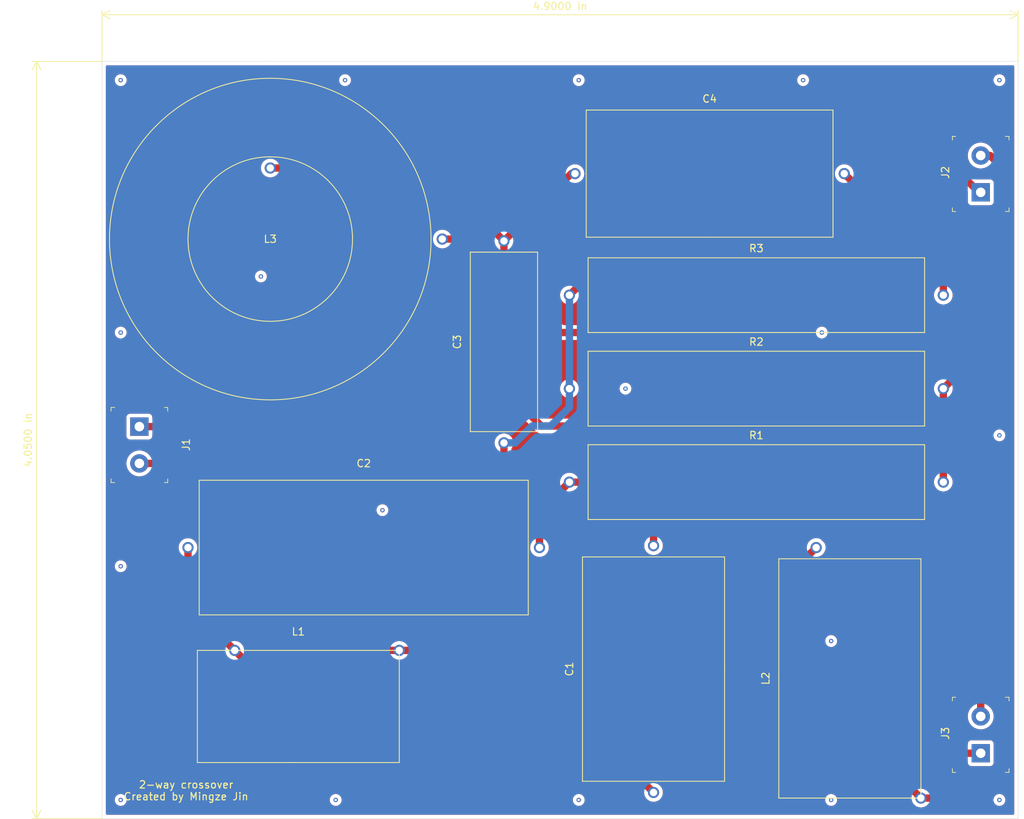
<source format=kicad_pcb>
(kicad_pcb (version 20171130) (host pcbnew "(5.1.4)-1")

  (general
    (thickness 1.6)
    (drawings 9)
    (tracks 64)
    (zones 0)
    (modules 31)
    (nets 8)
  )

  (page A4)
  (layers
    (0 F.Cu signal)
    (31 B.Cu signal)
    (32 B.Adhes user)
    (33 F.Adhes user)
    (34 B.Paste user)
    (35 F.Paste user)
    (36 B.SilkS user)
    (37 F.SilkS user)
    (38 B.Mask user)
    (39 F.Mask user)
    (40 Dwgs.User user)
    (41 Cmts.User user)
    (42 Eco1.User user)
    (43 Eco2.User user)
    (44 Edge.Cuts user)
    (45 Margin user)
    (46 B.CrtYd user)
    (47 F.CrtYd user)
    (48 B.Fab user)
    (49 F.Fab user)
  )

  (setup
    (last_trace_width 1)
    (trace_clearance 0.2)
    (zone_clearance 0.508)
    (zone_45_only no)
    (trace_min 0.2)
    (via_size 0.8)
    (via_drill 0.4)
    (via_min_size 0.4)
    (via_min_drill 0.3)
    (uvia_size 0.3)
    (uvia_drill 0.1)
    (uvias_allowed no)
    (uvia_min_size 0.2)
    (uvia_min_drill 0.1)
    (edge_width 0.05)
    (segment_width 0.2)
    (pcb_text_width 0.3)
    (pcb_text_size 1.5 1.5)
    (mod_edge_width 0.12)
    (mod_text_size 1 1)
    (mod_text_width 0.15)
    (pad_size 1.524 1.524)
    (pad_drill 0.762)
    (pad_to_mask_clearance 0.051)
    (solder_mask_min_width 0.25)
    (aux_axis_origin 0 0)
    (visible_elements FFFFFF7F)
    (pcbplotparams
      (layerselection 0x010fc_ffffffff)
      (usegerberextensions false)
      (usegerberattributes false)
      (usegerberadvancedattributes false)
      (creategerberjobfile false)
      (excludeedgelayer true)
      (linewidth 0.100000)
      (plotframeref false)
      (viasonmask false)
      (mode 1)
      (useauxorigin false)
      (hpglpennumber 1)
      (hpglpenspeed 20)
      (hpglpendiameter 15.000000)
      (psnegative false)
      (psa4output false)
      (plotreference true)
      (plotvalue true)
      (plotinvisibletext false)
      (padsonsilk false)
      (subtractmaskfromsilk false)
      (outputformat 1)
      (mirror false)
      (drillshape 1)
      (scaleselection 1)
      (outputdirectory ""))
  )

  (net 0 "")
  (net 1 "Net-(C1-Pad2)")
  (net 2 "Net-(C1-Pad1)")
  (net 3 "Net-(C2-Pad2)")
  (net 4 "Net-(C3-Pad2)")
  (net 5 "Net-(C3-Pad1)")
  (net 6 "Net-(C4-Pad1)")
  (net 7 "Net-(J2-Pad2)")

  (net_class Default "This is the default net class."
    (clearance 0.2)
    (trace_width 1)
    (via_dia 0.8)
    (via_drill 0.4)
    (uvia_dia 0.3)
    (uvia_drill 0.1)
    (add_net "Net-(C1-Pad1)")
    (add_net "Net-(C1-Pad2)")
    (add_net "Net-(C2-Pad2)")
    (add_net "Net-(C3-Pad1)")
    (add_net "Net-(C3-Pad2)")
    (add_net "Net-(C4-Pad1)")
    (add_net "Net-(J2-Pad2)")
  )

  (module Crossover:Via (layer F.Cu) (tedit 5EBCC30A) (tstamp 5EBD707C)
    (at 109.22 140.97)
    (fp_text reference REF** (at 0 -3.048) (layer F.SilkS) hide
      (effects (font (size 1 1) (thickness 0.15)))
    )
    (fp_text value Via (at 0 -1.524) (layer F.Fab) hide
      (effects (font (size 1 1) (thickness 0.15)))
    )
    (pad 1 thru_hole circle (at 0 0) (size 0.6 0.6) (drill 0.3) (layers *.Cu)
      (zone_connect 2))
  )

  (module Crossover:Via (layer F.Cu) (tedit 5EBCC30A) (tstamp 5EBD7074)
    (at 176.53 140.97)
    (fp_text reference REF** (at 0 -3.048) (layer F.SilkS) hide
      (effects (font (size 1 1) (thickness 0.15)))
    )
    (fp_text value Via (at 0 -1.524) (layer F.Fab) hide
      (effects (font (size 1 1) (thickness 0.15)))
    )
    (pad 1 thru_hole circle (at 0 0) (size 0.6 0.6) (drill 0.3) (layers *.Cu)
      (zone_connect 2))
  )

  (module Crossover:Via (layer F.Cu) (tedit 5EBCC30A) (tstamp 5EBD706C)
    (at 172.72 43.18)
    (fp_text reference REF** (at 0 -3.048) (layer F.SilkS) hide
      (effects (font (size 1 1) (thickness 0.15)))
    )
    (fp_text value Via (at 0 -1.524) (layer F.Fab) hide
      (effects (font (size 1 1) (thickness 0.15)))
    )
    (pad 1 thru_hole circle (at 0 0) (size 0.6 0.6) (drill 0.3) (layers *.Cu)
      (zone_connect 2))
  )

  (module Crossover:Via (layer F.Cu) (tedit 5EBCC30A) (tstamp 5EBD7064)
    (at 110.49 43.18)
    (fp_text reference REF** (at 0 -3.048) (layer F.SilkS) hide
      (effects (font (size 1 1) (thickness 0.15)))
    )
    (fp_text value Via (at 0 -1.524) (layer F.Fab) hide
      (effects (font (size 1 1) (thickness 0.15)))
    )
    (pad 1 thru_hole circle (at 0 0) (size 0.6 0.6) (drill 0.3) (layers *.Cu)
      (zone_connect 2))
  )

  (module Crossover:Via (layer F.Cu) (tedit 5EBCC30A) (tstamp 5EBD705C)
    (at 99.06 69.85)
    (fp_text reference REF** (at 0 -3.048) (layer F.SilkS) hide
      (effects (font (size 1 1) (thickness 0.15)))
    )
    (fp_text value Via (at 0 -1.524) (layer F.Fab) hide
      (effects (font (size 1 1) (thickness 0.15)))
    )
    (pad 1 thru_hole circle (at 0 0) (size 0.6 0.6) (drill 0.3) (layers *.Cu)
      (zone_connect 2))
  )

  (module Crossover:Via (layer F.Cu) (tedit 5EBCC30A) (tstamp 5EBD7054)
    (at 176.53 119.38)
    (fp_text reference REF** (at 0 -3.048) (layer F.SilkS) hide
      (effects (font (size 1 1) (thickness 0.15)))
    )
    (fp_text value Via (at 0 -1.524) (layer F.Fab) hide
      (effects (font (size 1 1) (thickness 0.15)))
    )
    (pad 1 thru_hole circle (at 0 0) (size 0.6 0.6) (drill 0.3) (layers *.Cu)
      (zone_connect 2))
  )

  (module Crossover:Via (layer F.Cu) (tedit 5EBCC30A) (tstamp 5EBD704C)
    (at 148.59 85.09)
    (fp_text reference REF** (at 0 -3.048) (layer F.SilkS) hide
      (effects (font (size 1 1) (thickness 0.15)))
    )
    (fp_text value Via (at 0 -1.524) (layer F.Fab) hide
      (effects (font (size 1 1) (thickness 0.15)))
    )
    (pad 1 thru_hole circle (at 0 0) (size 0.6 0.6) (drill 0.3) (layers *.Cu)
      (zone_connect 2))
  )

  (module Crossover:Via (layer F.Cu) (tedit 5EBCC30A) (tstamp 5EBD7044)
    (at 175.26 77.47)
    (fp_text reference REF** (at 0 -3.048) (layer F.SilkS) hide
      (effects (font (size 1 1) (thickness 0.15)))
    )
    (fp_text value Via (at 0 -1.524) (layer F.Fab) hide
      (effects (font (size 1 1) (thickness 0.15)))
    )
    (pad 1 thru_hole circle (at 0 0) (size 0.6 0.6) (drill 0.3) (layers *.Cu)
      (zone_connect 2))
  )

  (module Crossover:Via (layer F.Cu) (tedit 5EBCC30A) (tstamp 5EBD703C)
    (at 115.57 101.6)
    (fp_text reference REF** (at 0 -3.048) (layer F.SilkS) hide
      (effects (font (size 1 1) (thickness 0.15)))
    )
    (fp_text value Via (at 0 -1.524) (layer F.Fab) hide
      (effects (font (size 1 1) (thickness 0.15)))
    )
    (pad 1 thru_hole circle (at 0 0) (size 0.6 0.6) (drill 0.3) (layers *.Cu)
      (zone_connect 2))
  )

  (module Crossover:Via (layer F.Cu) (tedit 5EBCC30A) (tstamp 5EBD7034)
    (at 80.01 109.22)
    (fp_text reference REF** (at 0 -3.048) (layer F.SilkS) hide
      (effects (font (size 1 1) (thickness 0.15)))
    )
    (fp_text value Via (at 0 -1.524) (layer F.Fab) hide
      (effects (font (size 1 1) (thickness 0.15)))
    )
    (pad 1 thru_hole circle (at 0 0) (size 0.6 0.6) (drill 0.3) (layers *.Cu)
      (zone_connect 2))
  )

  (module Crossover:Via (layer F.Cu) (tedit 5EBCC30A) (tstamp 5EBD702C)
    (at 80.01 77.47)
    (fp_text reference REF** (at 0 -3.048) (layer F.SilkS) hide
      (effects (font (size 1 1) (thickness 0.15)))
    )
    (fp_text value Via (at 0 -1.524) (layer F.Fab) hide
      (effects (font (size 1 1) (thickness 0.15)))
    )
    (pad 1 thru_hole circle (at 0 0) (size 0.6 0.6) (drill 0.3) (layers *.Cu)
      (zone_connect 2))
  )

  (module Crossover:Via (layer F.Cu) (tedit 5EBCC30A) (tstamp 5EBD7024)
    (at 199.39 91.44)
    (fp_text reference REF** (at 0 -3.048) (layer F.SilkS) hide
      (effects (font (size 1 1) (thickness 0.15)))
    )
    (fp_text value Via (at 0 -1.524) (layer F.Fab) hide
      (effects (font (size 1 1) (thickness 0.15)))
    )
    (pad 1 thru_hole circle (at 0 0) (size 0.6 0.6) (drill 0.3) (layers *.Cu)
      (zone_connect 2))
  )

  (module Crossover:Via (layer F.Cu) (tedit 5EBCC30A) (tstamp 5EBD701C)
    (at 142.24 140.97)
    (fp_text reference REF** (at 0 -3.048) (layer F.SilkS) hide
      (effects (font (size 1 1) (thickness 0.15)))
    )
    (fp_text value Via (at 0 -1.524) (layer F.Fab) hide
      (effects (font (size 1 1) (thickness 0.15)))
    )
    (pad 1 thru_hole circle (at 0 0) (size 0.6 0.6) (drill 0.3) (layers *.Cu)
      (zone_connect 2))
  )

  (module Crossover:Via (layer F.Cu) (tedit 5EBCC30A) (tstamp 5EBD7014)
    (at 142.24 43.18)
    (fp_text reference REF** (at 0 -3.048) (layer F.SilkS) hide
      (effects (font (size 1 1) (thickness 0.15)))
    )
    (fp_text value Via (at 0 -1.524) (layer F.Fab) hide
      (effects (font (size 1 1) (thickness 0.15)))
    )
    (pad 1 thru_hole circle (at 0 0) (size 0.6 0.6) (drill 0.3) (layers *.Cu)
      (zone_connect 2))
  )

  (module Crossover:Via (layer F.Cu) (tedit 5EBCC30A) (tstamp 5EBD700C)
    (at 80.01 43.18)
    (fp_text reference REF** (at 0 -3.048) (layer F.SilkS) hide
      (effects (font (size 1 1) (thickness 0.15)))
    )
    (fp_text value Via (at 0 -1.524) (layer F.Fab) hide
      (effects (font (size 1 1) (thickness 0.15)))
    )
    (pad 1 thru_hole circle (at 0 0) (size 0.6 0.6) (drill 0.3) (layers *.Cu)
      (zone_connect 2))
  )

  (module Crossover:Via (layer F.Cu) (tedit 5EBCC30A) (tstamp 5EBD6FD2)
    (at 80.01 140.97)
    (fp_text reference REF** (at 0 -3.048) (layer F.SilkS) hide
      (effects (font (size 1 1) (thickness 0.15)))
    )
    (fp_text value Via (at 0 -1.524) (layer F.Fab) hide
      (effects (font (size 1 1) (thickness 0.15)))
    )
    (pad 1 thru_hole circle (at 0 0) (size 0.6 0.6) (drill 0.3) (layers *.Cu)
      (zone_connect 2))
  )

  (module Crossover:Via (layer F.Cu) (tedit 5EBCC30A) (tstamp 5EBD6FA7)
    (at 199.39 140.97)
    (fp_text reference REF** (at 0 -3.048) (layer F.SilkS) hide
      (effects (font (size 1 1) (thickness 0.15)))
    )
    (fp_text value Via (at 0 -1.524) (layer F.Fab) hide
      (effects (font (size 1 1) (thickness 0.15)))
    )
    (pad 1 thru_hole circle (at 0 0) (size 0.6 0.6) (drill 0.3) (layers *.Cu)
      (zone_connect 2))
  )

  (module Crossover:Via (layer F.Cu) (tedit 5EBCC30A) (tstamp 5EBD6F92)
    (at 199.39 43.18)
    (fp_text reference REF** (at 0 -3.048) (layer F.SilkS) hide
      (effects (font (size 1 1) (thickness 0.15)))
    )
    (fp_text value Via (at 0 -1.524) (layer F.Fab) hide
      (effects (font (size 1 1) (thickness 0.15)))
    )
    (pad 1 thru_hole circle (at 0 0) (size 0.6 0.6) (drill 0.3) (layers *.Cu)
      (zone_connect 2))
  )

  (module "Crossover:1.2 mH inductor" (layer F.Cu) (tedit 5EBCB33C) (tstamp 5EBD516B)
    (at 100.33 64.77)
    (path /5E6C4669)
    (fp_text reference L3 (at 0 0) (layer F.SilkS)
      (effects (font (size 1 1) (thickness 0.15)))
    )
    (fp_text value "1.2 mH" (at 0 -22.86) (layer F.Fab)
      (effects (font (size 1 1) (thickness 0.15)))
    )
    (fp_circle (center 0 0) (end 0 -11.176) (layer F.SilkS) (width 0.12))
    (fp_circle (center 0 0) (end 0 21.844) (layer F.SilkS) (width 0.12))
    (pad 2 thru_hole circle (at 0 -9.652) (size 1.524 1.524) (drill 1) (layers *.Cu *.Mask)
      (net 4 "Net-(C3-Pad2)"))
    (pad 1 thru_hole circle (at 23.368 0) (size 1.524 1.524) (drill 1) (layers *.Cu *.Mask)
      (net 2 "Net-(C1-Pad1)"))
  )

  (module digikey-footprints:Term_Block_1x2_P5mm (layer F.Cu) (tedit 5D4199AF) (tstamp 5EBD5863)
    (at 196.85 134.62 90)
    (descr http://www.on-shore.com/wp-content/uploads/2015/09/osttcxx0162.pdf)
    (path /5E6C604E)
    (fp_text reference J3 (at 2.7 -4.8 90) (layer F.SilkS)
      (effects (font (size 1 1) (thickness 0.15)))
    )
    (fp_text value OSTTC020162 (at 2.05 5.05 90) (layer F.Fab)
      (effects (font (size 1 1) (thickness 0.15)))
    )
    (fp_line (start -2.5 -3.75) (end -2.5 3.75) (layer F.Fab) (width 0.1))
    (fp_line (start -2.75 -4) (end -2.75 4) (layer F.CrtYd) (width 0.05))
    (fp_line (start 7.5 -3.75) (end -2.5 -3.75) (layer F.Fab) (width 0.1))
    (fp_line (start 7.5 3.75) (end -2.5 3.75) (layer F.Fab) (width 0.1))
    (fp_line (start 7.5 -3.75) (end 7.5 3.75) (layer F.Fab) (width 0.1))
    (fp_line (start -2.75 4) (end 7.75 4) (layer F.CrtYd) (width 0.05))
    (fp_line (start 7.75 -4) (end 7.75 4) (layer F.CrtYd) (width 0.05))
    (fp_line (start -2.75 -4) (end 7.75 -4) (layer F.CrtYd) (width 0.05))
    (fp_line (start 7.6 -3.85) (end 7.1 -3.85) (layer F.SilkS) (width 0.1))
    (fp_line (start 7.6 -3.85) (end 7.6 -3.4) (layer F.SilkS) (width 0.1))
    (fp_line (start -2.6 -3.85) (end -2.6 -3.4) (layer F.SilkS) (width 0.1))
    (fp_line (start -2.6 -3.85) (end -2.1 -3.85) (layer F.SilkS) (width 0.1))
    (fp_line (start -2.6 3.85) (end -2.1 3.85) (layer F.SilkS) (width 0.1))
    (fp_line (start -2.6 3.85) (end -2.6 3.35) (layer F.SilkS) (width 0.1))
    (fp_line (start 7.6 3.85) (end 7.6 3.35) (layer F.SilkS) (width 0.1))
    (fp_line (start 7.6 3.85) (end 7.1 3.85) (layer F.SilkS) (width 0.1))
    (fp_text user %R (at 2.5 0 90) (layer F.Fab)
      (effects (font (size 1 1) (thickness 0.15)))
    )
    (pad 2 thru_hole circle (at 5 0 90) (size 2.5 2.5) (drill 1.3) (layers *.Cu *.Mask)
      (net 4 "Net-(C3-Pad2)"))
    (pad 1 thru_hole rect (at 0 0 90) (size 2.5 2.5) (drill 1.3) (layers *.Cu *.Mask)
      (net 5 "Net-(C3-Pad1)"))
  )

  (module digikey-footprints:Term_Block_1x2_P5mm (layer F.Cu) (tedit 5D4199AF) (tstamp 5EBD584C)
    (at 196.85 58.42 90)
    (descr http://www.on-shore.com/wp-content/uploads/2015/09/osttcxx0162.pdf)
    (path /5E6C69E3)
    (fp_text reference J2 (at 2.7 -4.8 90) (layer F.SilkS)
      (effects (font (size 1 1) (thickness 0.15)))
    )
    (fp_text value OSTTC020162 (at 2.05 5.05 90) (layer F.Fab)
      (effects (font (size 1 1) (thickness 0.15)))
    )
    (fp_line (start -2.5 -3.75) (end -2.5 3.75) (layer F.Fab) (width 0.1))
    (fp_line (start -2.75 -4) (end -2.75 4) (layer F.CrtYd) (width 0.05))
    (fp_line (start 7.5 -3.75) (end -2.5 -3.75) (layer F.Fab) (width 0.1))
    (fp_line (start 7.5 3.75) (end -2.5 3.75) (layer F.Fab) (width 0.1))
    (fp_line (start 7.5 -3.75) (end 7.5 3.75) (layer F.Fab) (width 0.1))
    (fp_line (start -2.75 4) (end 7.75 4) (layer F.CrtYd) (width 0.05))
    (fp_line (start 7.75 -4) (end 7.75 4) (layer F.CrtYd) (width 0.05))
    (fp_line (start -2.75 -4) (end 7.75 -4) (layer F.CrtYd) (width 0.05))
    (fp_line (start 7.6 -3.85) (end 7.1 -3.85) (layer F.SilkS) (width 0.1))
    (fp_line (start 7.6 -3.85) (end 7.6 -3.4) (layer F.SilkS) (width 0.1))
    (fp_line (start -2.6 -3.85) (end -2.6 -3.4) (layer F.SilkS) (width 0.1))
    (fp_line (start -2.6 -3.85) (end -2.1 -3.85) (layer F.SilkS) (width 0.1))
    (fp_line (start -2.6 3.85) (end -2.1 3.85) (layer F.SilkS) (width 0.1))
    (fp_line (start -2.6 3.85) (end -2.6 3.35) (layer F.SilkS) (width 0.1))
    (fp_line (start 7.6 3.85) (end 7.6 3.35) (layer F.SilkS) (width 0.1))
    (fp_line (start 7.6 3.85) (end 7.1 3.85) (layer F.SilkS) (width 0.1))
    (fp_text user %R (at 2.5 0 90) (layer F.Fab)
      (effects (font (size 1 1) (thickness 0.15)))
    )
    (pad 2 thru_hole circle (at 5 0 90) (size 2.5 2.5) (drill 1.3) (layers *.Cu *.Mask)
      (net 7 "Net-(J2-Pad2)"))
    (pad 1 thru_hole rect (at 0 0 90) (size 2.5 2.5) (drill 1.3) (layers *.Cu *.Mask)
      (net 5 "Net-(C3-Pad1)"))
  )

  (module digikey-footprints:Term_Block_1x2_P5mm (layer F.Cu) (tedit 5D4199AF) (tstamp 5EBD5835)
    (at 82.55 90.25 270)
    (descr http://www.on-shore.com/wp-content/uploads/2015/09/osttcxx0162.pdf)
    (path /5E6C7A10)
    (fp_text reference J1 (at 2.46 -6.35 270) (layer F.SilkS)
      (effects (font (size 1 1) (thickness 0.15)))
    )
    (fp_text value OSTTC020162 (at 2.05 5.05 90) (layer F.Fab)
      (effects (font (size 1 1) (thickness 0.15)))
    )
    (fp_line (start -2.5 -3.75) (end -2.5 3.75) (layer F.Fab) (width 0.1))
    (fp_line (start -2.75 -4) (end -2.75 4) (layer F.CrtYd) (width 0.05))
    (fp_line (start 7.5 -3.75) (end -2.5 -3.75) (layer F.Fab) (width 0.1))
    (fp_line (start 7.5 3.75) (end -2.5 3.75) (layer F.Fab) (width 0.1))
    (fp_line (start 7.5 -3.75) (end 7.5 3.75) (layer F.Fab) (width 0.1))
    (fp_line (start -2.75 4) (end 7.75 4) (layer F.CrtYd) (width 0.05))
    (fp_line (start 7.75 -4) (end 7.75 4) (layer F.CrtYd) (width 0.05))
    (fp_line (start -2.75 -4) (end 7.75 -4) (layer F.CrtYd) (width 0.05))
    (fp_line (start 7.6 -3.85) (end 7.1 -3.85) (layer F.SilkS) (width 0.1))
    (fp_line (start 7.6 -3.85) (end 7.6 -3.4) (layer F.SilkS) (width 0.1))
    (fp_line (start -2.6 -3.85) (end -2.6 -3.4) (layer F.SilkS) (width 0.1))
    (fp_line (start -2.6 -3.85) (end -2.1 -3.85) (layer F.SilkS) (width 0.1))
    (fp_line (start -2.6 3.85) (end -2.1 3.85) (layer F.SilkS) (width 0.1))
    (fp_line (start -2.6 3.85) (end -2.6 3.35) (layer F.SilkS) (width 0.1))
    (fp_line (start 7.6 3.85) (end 7.6 3.35) (layer F.SilkS) (width 0.1))
    (fp_line (start 7.6 3.85) (end 7.1 3.85) (layer F.SilkS) (width 0.1))
    (fp_text user %R (at 2.5 0 90) (layer F.Fab)
      (effects (font (size 1 1) (thickness 0.15)))
    )
    (pad 2 thru_hole circle (at 5 0 270) (size 2.5 2.5) (drill 1.3) (layers *.Cu *.Mask)
      (net 5 "Net-(C3-Pad1)"))
    (pad 1 thru_hole rect (at 0 0 270) (size 2.5 2.5) (drill 1.3) (layers *.Cu *.Mask)
      (net 2 "Net-(C1-Pad1)"))
  )

  (module Crossover:Resistor (layer F.Cu) (tedit 5EBCB37F) (tstamp 5EBD5189)
    (at 166.37 72.39)
    (path /5E6C5583)
    (fp_text reference R3 (at 0 -6.35) (layer F.SilkS)
      (effects (font (size 1 1) (thickness 0.15)))
    )
    (fp_text value "10 Ohms" (at 0 -6.604) (layer F.Fab)
      (effects (font (size 1 1) (thickness 0.15)))
    )
    (fp_line (start -22.86 5.08) (end -22.86 -5.08) (layer F.SilkS) (width 0.12))
    (fp_line (start 22.86 5.08) (end -22.86 5.08) (layer F.SilkS) (width 0.12))
    (fp_line (start 22.86 -5.08) (end 22.86 5.08) (layer F.SilkS) (width 0.12))
    (fp_line (start -22.86 -5.08) (end 22.86 -5.08) (layer F.SilkS) (width 0.12))
    (pad 2 thru_hole circle (at 25.4 0) (size 1.524 1.524) (drill 1) (layers *.Cu *.Mask)
      (net 6 "Net-(C4-Pad1)"))
    (pad 1 thru_hole circle (at -25.4 0) (size 1.524 1.524) (drill 1) (layers *.Cu *.Mask)
      (net 5 "Net-(C3-Pad1)"))
  )

  (module Crossover:Resistor (layer F.Cu) (tedit 5EBCB37F) (tstamp 5EBD517F)
    (at 166.37 85.09)
    (path /5E6C506D)
    (fp_text reference R2 (at 0 -6.35) (layer F.SilkS)
      (effects (font (size 1 1) (thickness 0.15)))
    )
    (fp_text value "4 Ohms" (at 0 -6.604) (layer F.Fab)
      (effects (font (size 1 1) (thickness 0.15)))
    )
    (fp_line (start -22.86 5.08) (end -22.86 -5.08) (layer F.SilkS) (width 0.12))
    (fp_line (start 22.86 5.08) (end -22.86 5.08) (layer F.SilkS) (width 0.12))
    (fp_line (start 22.86 -5.08) (end 22.86 5.08) (layer F.SilkS) (width 0.12))
    (fp_line (start -22.86 -5.08) (end 22.86 -5.08) (layer F.SilkS) (width 0.12))
    (pad 2 thru_hole circle (at 25.4 0) (size 1.524 1.524) (drill 1) (layers *.Cu *.Mask)
      (net 7 "Net-(J2-Pad2)"))
    (pad 1 thru_hole circle (at -25.4 0) (size 1.524 1.524) (drill 1) (layers *.Cu *.Mask)
      (net 5 "Net-(C3-Pad1)"))
  )

  (module Crossover:Resistor (layer F.Cu) (tedit 5EBCB37F) (tstamp 5EBD5175)
    (at 166.37 97.79)
    (path /5E6C5715)
    (fp_text reference R1 (at 0 -6.35) (layer F.SilkS)
      (effects (font (size 1 1) (thickness 0.15)))
    )
    (fp_text value "6 Ohms" (at 0 -6.604) (layer F.Fab)
      (effects (font (size 1 1) (thickness 0.15)))
    )
    (fp_line (start -22.86 5.08) (end -22.86 -5.08) (layer F.SilkS) (width 0.12))
    (fp_line (start 22.86 5.08) (end -22.86 5.08) (layer F.SilkS) (width 0.12))
    (fp_line (start 22.86 -5.08) (end 22.86 5.08) (layer F.SilkS) (width 0.12))
    (fp_line (start -22.86 -5.08) (end 22.86 -5.08) (layer F.SilkS) (width 0.12))
    (pad 2 thru_hole circle (at 25.4 0) (size 1.524 1.524) (drill 1) (layers *.Cu *.Mask)
      (net 7 "Net-(J2-Pad2)"))
    (pad 1 thru_hole circle (at -25.4 0) (size 1.524 1.524) (drill 1) (layers *.Cu *.Mask)
      (net 3 "Net-(C2-Pad2)"))
  )

  (module "Crossover:500 uH inductor" (layer F.Cu) (tedit 5EBCB23A) (tstamp 5EBD5163)
    (at 179.07 124.46 90)
    (path /5E6C4C57)
    (fp_text reference L2 (at 0 -11.43 90) (layer F.SilkS)
      (effects (font (size 1 1) (thickness 0.15)))
    )
    (fp_text value "500 uH" (at 0 -10.668 90) (layer F.Fab)
      (effects (font (size 1 1) (thickness 0.15)))
    )
    (fp_line (start -16.256 -9.652) (end 0 -9.652) (layer F.SilkS) (width 0.12))
    (fp_line (start -16.256 9.652) (end -16.256 -9.652) (layer F.SilkS) (width 0.12))
    (fp_line (start 16.256 9.652) (end -16.256 9.652) (layer F.SilkS) (width 0.12))
    (fp_line (start 16.256 -9.652) (end 16.256 9.652) (layer F.SilkS) (width 0.12))
    (fp_line (start 15.748 -9.652) (end 16.256 -9.652) (layer F.SilkS) (width 0.12))
    (fp_line (start 0 -9.652) (end 15.748 -9.652) (layer F.SilkS) (width 0.12))
    (pad 2 thru_hole circle (at 17.78 -4.572 90) (size 1.524 1.524) (drill 1) (layers *.Cu *.Mask)
      (net 3 "Net-(C2-Pad2)"))
    (pad 1 thru_hole circle (at -16.256 9.652 90) (size 1.524 1.524) (drill 1) (layers *.Cu *.Mask)
      (net 5 "Net-(C3-Pad1)"))
  )

  (module "Crossover:250 uH inductor" (layer F.Cu) (tedit 5EBCB378) (tstamp 5EBD5157)
    (at 104.14 128.27 180)
    (path /5E6C4DF8)
    (fp_text reference L1 (at 0 10.16) (layer F.SilkS)
      (effects (font (size 1 1) (thickness 0.15)))
    )
    (fp_text value "250 uH" (at 0 -9.144) (layer F.Fab)
      (effects (font (size 1 1) (thickness 0.15)))
    )
    (fp_line (start -13.716 -7.62) (end 1.016 -7.62) (layer F.SilkS) (width 0.12))
    (fp_line (start -13.716 7.62) (end -13.716 -7.62) (layer F.SilkS) (width 0.12))
    (fp_line (start 13.716 7.62) (end -13.716 7.62) (layer F.SilkS) (width 0.12))
    (fp_line (start 13.716 -7.62) (end 13.716 7.62) (layer F.SilkS) (width 0.12))
    (fp_line (start 1.016 -7.62) (end 13.716 -7.62) (layer F.SilkS) (width 0.12))
    (pad 2 thru_hole circle (at 8.636 7.62 180) (size 1.524 1.524) (drill 1) (layers *.Cu *.Mask)
      (net 1 "Net-(C1-Pad2)"))
    (pad 1 thru_hole circle (at -13.716 7.62 180) (size 1.524 1.524) (drill 1) (layers *.Cu *.Mask)
      (net 5 "Net-(C3-Pad1)"))
  )

  (module "Crossover:100 uF capacitor" (layer F.Cu) (tedit 5EBCAE04) (tstamp 5EBD514C)
    (at 160.02 55.88 180)
    (path /5E6C3D45)
    (fp_text reference C4 (at 0 10.16) (layer F.SilkS)
      (effects (font (size 1 1) (thickness 0.15)))
    )
    (fp_text value "100 uF" (at 0 -9.652) (layer F.Fab)
      (effects (font (size 1 1) (thickness 0.15)))
    )
    (fp_line (start -16.764 -8.636) (end 0 -8.636) (layer F.SilkS) (width 0.12))
    (fp_line (start -16.764 8.636) (end -16.764 -8.636) (layer F.SilkS) (width 0.12))
    (fp_line (start 16.764 8.636) (end -16.764 8.636) (layer F.SilkS) (width 0.12))
    (fp_line (start 16.764 -8.636) (end 16.764 8.636) (layer F.SilkS) (width 0.12))
    (fp_line (start 0 -8.636) (end 16.764 -8.636) (layer F.SilkS) (width 0.12))
    (pad 2 thru_hole circle (at 18.288 0 180) (size 1.524 1.524) (drill 1) (layers *.Cu *.Mask)
      (net 4 "Net-(C3-Pad2)"))
    (pad 1 thru_hole circle (at -18.288 0 180) (size 1.524 1.524) (drill 1) (layers *.Cu *.Mask)
      (net 6 "Net-(C4-Pad1)"))
  )

  (module "Crossover:10 uF capacitor" (layer F.Cu) (tedit 5EBCAD85) (tstamp 5EBD5141)
    (at 132.08 78.74 90)
    (path /5E6C4489)
    (fp_text reference C3 (at 0 -6.35 90) (layer F.SilkS)
      (effects (font (size 1 1) (thickness 0.15)))
    )
    (fp_text value "10 uF" (at 0 -5.588 90) (layer F.Fab)
      (effects (font (size 1 1) (thickness 0.15)))
    )
    (fp_line (start -12.192 -4.572) (end 0 -4.572) (layer F.SilkS) (width 0.12))
    (fp_line (start -12.192 4.572) (end -12.192 -4.572) (layer F.SilkS) (width 0.12))
    (fp_line (start 12.192 4.572) (end -12.192 4.572) (layer F.SilkS) (width 0.12))
    (fp_line (start 12.192 -4.572) (end 12.192 4.572) (layer F.SilkS) (width 0.12))
    (fp_line (start 0 -4.572) (end 12.192 -4.572) (layer F.SilkS) (width 0.12))
    (pad 2 thru_hole circle (at 13.716 0 90) (size 1.524 1.524) (drill 1) (layers *.Cu *.Mask)
      (net 4 "Net-(C3-Pad2)"))
    (pad 1 thru_hole circle (at -13.716 0 90) (size 1.524 1.524) (drill 1) (layers *.Cu *.Mask)
      (net 5 "Net-(C3-Pad1)"))
  )

  (module "Crossover:6.8 uF capacitor" (layer F.Cu) (tedit 5EBCB370) (tstamp 5EBD5136)
    (at 113.03 106.68)
    (path /5E6C4357)
    (fp_text reference C2 (at 0 -11.43) (layer F.SilkS)
      (effects (font (size 1 1) (thickness 0.15)))
    )
    (fp_text value "6.8 uF" (at 0 -10.16) (layer F.Fab)
      (effects (font (size 1 1) (thickness 0.15)))
    )
    (fp_line (start -22.352 -9.144) (end 0 -9.144) (layer F.SilkS) (width 0.12))
    (fp_line (start -22.352 9.144) (end -22.352 -9.144) (layer F.SilkS) (width 0.12))
    (fp_line (start 22.352 9.144) (end -22.352 9.144) (layer F.SilkS) (width 0.12))
    (fp_line (start 22.352 -9.144) (end 22.352 9.144) (layer F.SilkS) (width 0.12))
    (fp_line (start 0 -9.144) (end 22.352 -9.144) (layer F.SilkS) (width 0.12))
    (pad 2 thru_hole circle (at 23.876 0) (size 1.524 1.524) (drill 1) (layers *.Cu *.Mask)
      (net 3 "Net-(C2-Pad2)"))
    (pad 1 thru_hole circle (at -23.876 0) (size 1.524 1.524) (drill 1) (layers *.Cu *.Mask)
      (net 1 "Net-(C1-Pad2)"))
  )

  (module "Crossover:4.7 uF capacitor" (layer F.Cu) (tedit 5EBCB389) (tstamp 5EBD512B)
    (at 152.4 123.19 270)
    (path /5E6C414C)
    (fp_text reference C1 (at 0 11.43 90) (layer F.SilkS)
      (effects (font (size 1 1) (thickness 0.15)))
    )
    (fp_text value "4.7 uF" (at 0 -10.668 90) (layer F.Fab)
      (effects (font (size 1 1) (thickness 0.15)))
    )
    (fp_line (start -15.24 9.652) (end -15.24 9.144) (layer F.SilkS) (width 0.12))
    (fp_line (start 15.24 9.652) (end 15.24 9.144) (layer F.SilkS) (width 0.12))
    (fp_line (start -15.24 -9.652) (end 0 -9.652) (layer F.SilkS) (width 0.12))
    (fp_line (start -15.24 9.144) (end -15.24 -9.652) (layer F.SilkS) (width 0.12))
    (fp_line (start 15.24 9.652) (end -15.24 9.652) (layer F.SilkS) (width 0.12))
    (fp_line (start 15.24 -9.652) (end 15.24 9.144) (layer F.SilkS) (width 0.12))
    (fp_line (start 0 -9.652) (end 15.24 -9.652) (layer F.SilkS) (width 0.12))
    (pad 2 thru_hole circle (at 16.764 0 270) (size 1.524 1.524) (drill 1) (layers *.Cu *.Mask)
      (net 1 "Net-(C1-Pad2)"))
    (pad 1 thru_hole circle (at -16.764 0 270) (size 1.524 1.524) (drill 1) (layers *.Cu *.Mask)
      (net 2 "Net-(C1-Pad1)"))
  )

  (gr_text "2-way crossover\nCreated by Mingze Jin" (at 88.9 139.7) (layer F.SilkS)
    (effects (font (size 1 1) (thickness 0.15)))
  )
  (dimension 102.87 (width 0.12) (layer F.SilkS)
    (gr_text "102.870 mm" (at 67.31 92.075 270) (layer F.SilkS)
      (effects (font (size 1 1) (thickness 0.15)))
    )
    (feature1 (pts (xy 77.47 143.51) (xy 67.993579 143.51)))
    (feature2 (pts (xy 77.47 40.64) (xy 67.993579 40.64)))
    (crossbar (pts (xy 68.58 40.64) (xy 68.58 143.51)))
    (arrow1a (pts (xy 68.58 143.51) (xy 67.993579 142.383496)))
    (arrow1b (pts (xy 68.58 143.51) (xy 69.166421 142.383496)))
    (arrow2a (pts (xy 68.58 40.64) (xy 67.993579 41.766504)))
    (arrow2b (pts (xy 68.58 40.64) (xy 69.166421 41.766504)))
  )
  (dimension 124.46 (width 0.12) (layer F.SilkS)
    (gr_text "124.460 mm" (at 139.7 33.02) (layer F.SilkS)
      (effects (font (size 1 1) (thickness 0.15)))
    )
    (feature1 (pts (xy 77.47 40.64) (xy 77.47 33.703579)))
    (feature2 (pts (xy 201.93 40.64) (xy 201.93 33.703579)))
    (crossbar (pts (xy 201.93 34.29) (xy 77.47 34.29)))
    (arrow1a (pts (xy 77.47 34.29) (xy 78.596504 33.703579)))
    (arrow1b (pts (xy 77.47 34.29) (xy 78.596504 34.876421)))
    (arrow2a (pts (xy 201.93 34.29) (xy 200.803496 33.703579)))
    (arrow2b (pts (xy 201.93 34.29) (xy 200.803496 34.876421)))
  )
  (gr_line (start 77.47 40.64) (end 77.47 143.51) (layer Edge.Cuts) (width 0.05) (tstamp 5EBD62F0))
  (gr_line (start 77.47 40.64) (end 100.33 40.64) (layer Edge.Cuts) (width 0.05) (tstamp 5EBD62B6))
  (gr_line (start 80.01 143.51) (end 77.47 143.51) (layer Edge.Cuts) (width 0.05))
  (gr_line (start 201.93 143.51) (end 80.01 143.51) (layer Edge.Cuts) (width 0.05))
  (gr_line (start 201.93 40.64) (end 201.93 143.51) (layer Edge.Cuts) (width 0.05))
  (gr_line (start 100.33 40.64) (end 201.93 40.64) (layer Edge.Cuts) (width 0.05))

  (segment (start 89.154 114.3) (end 95.504 120.65) (width 1) (layer F.Cu) (net 1))
  (segment (start 89.154 106.68) (end 89.154 114.3) (width 1) (layer F.Cu) (net 1))
  (segment (start 152.4 139.954) (end 149.86 137.414) (width 1) (layer F.Cu) (net 1))
  (segment (start 112.268 137.414) (end 111.887 137.033) (width 0.25) (layer F.Cu) (net 1))
  (segment (start 149.86 137.414) (end 112.268 137.414) (width 1) (layer F.Cu) (net 1))
  (segment (start 111.887 137.033) (end 95.504 120.65) (width 1) (layer F.Cu) (net 1))
  (segment (start 127 64.77) (end 123.698 64.77) (width 1) (layer F.Cu) (net 2))
  (segment (start 152.4 97.79) (end 144.78 90.17) (width 1) (layer F.Cu) (net 2))
  (segment (start 152.4 106.426) (end 152.4 97.79) (width 1) (layer F.Cu) (net 2))
  (segment (start 144.78 90.17) (end 137.16 90.17) (width 1) (layer F.Cu) (net 2))
  (segment (start 137.16 90.17) (end 128.27 81.28) (width 1) (layer F.Cu) (net 2))
  (segment (start 128.27 81.28) (end 128.27 66.04) (width 1) (layer F.Cu) (net 2))
  (segment (start 128.27 66.04) (end 127 64.77) (width 1) (layer F.Cu) (net 2))
  (segment (start 128.27 81.44) (end 119.46 90.25) (width 1) (layer F.Cu) (net 2))
  (segment (start 128.27 81.28) (end 128.27 81.44) (width 1) (layer F.Cu) (net 2))
  (segment (start 82.55 90.25) (end 119.46 90.25) (width 1) (layer F.Cu) (net 2))
  (segment (start 136.906 101.854) (end 140.97 97.79) (width 1) (layer F.Cu) (net 3))
  (segment (start 136.906 106.68) (end 136.906 101.854) (width 1) (layer F.Cu) (net 3))
  (segment (start 142.24 97.79) (end 140.97 97.79) (width 1) (layer F.Cu) (net 3))
  (segment (start 146.05 101.6) (end 142.24 97.79) (width 1) (layer F.Cu) (net 3))
  (segment (start 146.05 110.49) (end 146.05 101.6) (width 1) (layer F.Cu) (net 3))
  (segment (start 147.828 112.268) (end 146.05 110.49) (width 1) (layer F.Cu) (net 3))
  (segment (start 174.498 106.68) (end 168.91 112.268) (width 1) (layer F.Cu) (net 3))
  (segment (start 168.91 112.268) (end 147.828 112.268) (width 1) (layer F.Cu) (net 3))
  (segment (start 141.224 55.88) (end 141.732 55.88) (width 0.25) (layer F.Cu) (net 4))
  (segment (start 132.08 65.024) (end 141.224 55.88) (width 1) (layer F.Cu) (net 4))
  (segment (start 122.174 55.118) (end 132.08 65.024) (width 1) (layer F.Cu) (net 4))
  (segment (start 100.33 55.118) (end 122.174 55.118) (width 1) (layer F.Cu) (net 4))
  (segment (start 147.737766 77.47) (end 139.7 77.47) (width 1) (layer F.Cu) (net 4))
  (segment (start 132.08 69.85) (end 132.08 65.024) (width 1) (layer F.Cu) (net 4))
  (segment (start 139.7 77.47) (end 132.08 69.85) (width 1) (layer F.Cu) (net 4))
  (segment (start 196.85 127) (end 197.058883 126.791117) (width 1) (layer F.Cu) (net 4))
  (segment (start 196.85 129.62) (end 196.85 127) (width 1) (layer F.Cu) (net 4))
  (segment (start 197.058883 126.791117) (end 147.737766 77.47) (width 1) (layer F.Cu) (net 4))
  (segment (start 190.754 140.716) (end 188.722 140.716) (width 1) (layer F.Cu) (net 5))
  (segment (start 191.77 139.7) (end 190.754 140.716) (width 1) (layer F.Cu) (net 5))
  (segment (start 191.77 137.16) (end 191.77 139.7) (width 1) (layer F.Cu) (net 5))
  (segment (start 194.31 134.62) (end 191.77 137.16) (width 1) (layer F.Cu) (net 5))
  (segment (start 196.62 58.42) (end 190.27 52.07) (width 1) (layer F.Cu) (net 5))
  (segment (start 161.29 52.07) (end 140.97 72.39) (width 1) (layer F.Cu) (net 5))
  (segment (start 190.27 52.07) (end 161.29 52.07) (width 1) (layer F.Cu) (net 5))
  (segment (start 132.08 92.456) (end 132.08 110.49) (width 1) (layer F.Cu) (net 5))
  (segment (start 121.92 120.65) (end 117.856 120.65) (width 1) (layer F.Cu) (net 5))
  (segment (start 132.08 110.49) (end 121.92 120.65) (width 1) (layer F.Cu) (net 5))
  (segment (start 147.32 125.73) (end 132.08 110.49) (width 1) (layer F.Cu) (net 5))
  (segment (start 173.736 125.73) (end 147.32 125.73) (width 1) (layer F.Cu) (net 5))
  (segment (start 188.722 140.716) (end 173.736 125.73) (width 1) (layer F.Cu) (net 5))
  (segment (start 140.97 72.39) (end 140.97 85.09) (width 1) (layer B.Cu) (net 5))
  (segment (start 133.604 92.456) (end 135.89 90.17) (width 1) (layer B.Cu) (net 5))
  (segment (start 132.08 92.456) (end 133.604 92.456) (width 1) (layer B.Cu) (net 5))
  (segment (start 135.89 90.17) (end 138.43 90.17) (width 1) (layer B.Cu) (net 5))
  (segment (start 140.97 87.63) (end 140.97 85.09) (width 1) (layer B.Cu) (net 5))
  (segment (start 138.43 90.17) (end 140.97 87.63) (width 1) (layer B.Cu) (net 5))
  (segment (start 194.31 134.62) (end 196.85 134.62) (width 1) (layer F.Cu) (net 5))
  (segment (start 117.856 120.65) (end 111.76 120.65) (width 1) (layer F.Cu) (net 5))
  (segment (start 111.76 120.65) (end 86.36 95.25) (width 1) (layer F.Cu) (net 5))
  (segment (start 86.36 95.25) (end 82.55 95.25) (width 1) (layer F.Cu) (net 5))
  (segment (start 191.77 69.342) (end 178.308 55.88) (width 1) (layer F.Cu) (net 6))
  (segment (start 191.77 72.39) (end 191.77 69.342) (width 1) (layer F.Cu) (net 6))
  (segment (start 191.77 97.79) (end 191.77 85.09) (width 1) (layer F.Cu) (net 7))
  (segment (start 199.695001 77.164999) (end 191.77 85.09) (width 1) (layer F.Cu) (net 7))
  (segment (start 199.695001 54.995001) (end 199.695001 77.164999) (width 1) (layer F.Cu) (net 7))
  (segment (start 196.85 53.42) (end 198.12 53.42) (width 1) (layer F.Cu) (net 7))
  (segment (start 198.12 53.42) (end 199.695001 54.995001) (width 1) (layer F.Cu) (net 7))

  (zone (net 0) (net_name "") (layer B.Cu) (tstamp 0) (hatch edge 0.508)
    (connect_pads (clearance 0.508))
    (min_thickness 0.254)
    (fill yes (arc_segments 32) (thermal_gap 0.508) (thermal_bridge_width 0.508))
    (polygon
      (pts
        (xy 77.47 40.64) (xy 201.93 40.64) (xy 201.93 143.51) (xy 77.47 143.51)
      )
    )
    (filled_polygon
      (pts
        (xy 201.270001 142.85) (xy 78.13 142.85) (xy 78.13 140.877911) (xy 79.075 140.877911) (xy 79.075 141.062089)
        (xy 79.110932 141.242729) (xy 79.181414 141.412889) (xy 79.283738 141.566028) (xy 79.413972 141.696262) (xy 79.567111 141.798586)
        (xy 79.737271 141.869068) (xy 79.917911 141.905) (xy 80.102089 141.905) (xy 80.282729 141.869068) (xy 80.452889 141.798586)
        (xy 80.606028 141.696262) (xy 80.736262 141.566028) (xy 80.838586 141.412889) (xy 80.909068 141.242729) (xy 80.945 141.062089)
        (xy 80.945 140.877911) (xy 108.285 140.877911) (xy 108.285 141.062089) (xy 108.320932 141.242729) (xy 108.391414 141.412889)
        (xy 108.493738 141.566028) (xy 108.623972 141.696262) (xy 108.777111 141.798586) (xy 108.947271 141.869068) (xy 109.127911 141.905)
        (xy 109.312089 141.905) (xy 109.492729 141.869068) (xy 109.662889 141.798586) (xy 109.816028 141.696262) (xy 109.946262 141.566028)
        (xy 110.048586 141.412889) (xy 110.119068 141.242729) (xy 110.155 141.062089) (xy 110.155 140.877911) (xy 141.305 140.877911)
        (xy 141.305 141.062089) (xy 141.340932 141.242729) (xy 141.411414 141.412889) (xy 141.513738 141.566028) (xy 141.643972 141.696262)
        (xy 141.797111 141.798586) (xy 141.967271 141.869068) (xy 142.147911 141.905) (xy 142.332089 141.905) (xy 142.512729 141.869068)
        (xy 142.682889 141.798586) (xy 142.836028 141.696262) (xy 142.966262 141.566028) (xy 143.068586 141.412889) (xy 143.139068 141.242729)
        (xy 143.175 141.062089) (xy 143.175 140.877911) (xy 143.139068 140.697271) (xy 143.068586 140.527111) (xy 142.966262 140.373972)
        (xy 142.836028 140.243738) (xy 142.682889 140.141414) (xy 142.512729 140.070932) (xy 142.332089 140.035) (xy 142.147911 140.035)
        (xy 141.967271 140.070932) (xy 141.797111 140.141414) (xy 141.643972 140.243738) (xy 141.513738 140.373972) (xy 141.411414 140.527111)
        (xy 141.340932 140.697271) (xy 141.305 140.877911) (xy 110.155 140.877911) (xy 110.119068 140.697271) (xy 110.048586 140.527111)
        (xy 109.946262 140.373972) (xy 109.816028 140.243738) (xy 109.662889 140.141414) (xy 109.492729 140.070932) (xy 109.312089 140.035)
        (xy 109.127911 140.035) (xy 108.947271 140.070932) (xy 108.777111 140.141414) (xy 108.623972 140.243738) (xy 108.493738 140.373972)
        (xy 108.391414 140.527111) (xy 108.320932 140.697271) (xy 108.285 140.877911) (xy 80.945 140.877911) (xy 80.909068 140.697271)
        (xy 80.838586 140.527111) (xy 80.736262 140.373972) (xy 80.606028 140.243738) (xy 80.452889 140.141414) (xy 80.282729 140.070932)
        (xy 80.102089 140.035) (xy 79.917911 140.035) (xy 79.737271 140.070932) (xy 79.567111 140.141414) (xy 79.413972 140.243738)
        (xy 79.283738 140.373972) (xy 79.181414 140.527111) (xy 79.110932 140.697271) (xy 79.075 140.877911) (xy 78.13 140.877911)
        (xy 78.13 139.816408) (xy 151.003 139.816408) (xy 151.003 140.091592) (xy 151.056686 140.36149) (xy 151.161995 140.615727)
        (xy 151.31488 140.844535) (xy 151.509465 141.03912) (xy 151.738273 141.192005) (xy 151.99251 141.297314) (xy 152.262408 141.351)
        (xy 152.537592 141.351) (xy 152.80749 141.297314) (xy 153.061727 141.192005) (xy 153.290535 141.03912) (xy 153.451744 140.877911)
        (xy 175.595 140.877911) (xy 175.595 141.062089) (xy 175.630932 141.242729) (xy 175.701414 141.412889) (xy 175.803738 141.566028)
        (xy 175.933972 141.696262) (xy 176.087111 141.798586) (xy 176.257271 141.869068) (xy 176.437911 141.905) (xy 176.622089 141.905)
        (xy 176.802729 141.869068) (xy 176.972889 141.798586) (xy 177.126028 141.696262) (xy 177.256262 141.566028) (xy 177.358586 141.412889)
        (xy 177.429068 141.242729) (xy 177.465 141.062089) (xy 177.465 140.877911) (xy 177.429068 140.697271) (xy 177.379834 140.578408)
        (xy 187.325 140.578408) (xy 187.325 140.853592) (xy 187.378686 141.12349) (xy 187.483995 141.377727) (xy 187.63688 141.606535)
        (xy 187.831465 141.80112) (xy 188.060273 141.954005) (xy 188.31451 142.059314) (xy 188.584408 142.113) (xy 188.859592 142.113)
        (xy 189.12949 142.059314) (xy 189.383727 141.954005) (xy 189.612535 141.80112) (xy 189.80712 141.606535) (xy 189.960005 141.377727)
        (xy 190.065314 141.12349) (xy 190.114162 140.877911) (xy 198.455 140.877911) (xy 198.455 141.062089) (xy 198.490932 141.242729)
        (xy 198.561414 141.412889) (xy 198.663738 141.566028) (xy 198.793972 141.696262) (xy 198.947111 141.798586) (xy 199.117271 141.869068)
        (xy 199.297911 141.905) (xy 199.482089 141.905) (xy 199.662729 141.869068) (xy 199.832889 141.798586) (xy 199.986028 141.696262)
        (xy 200.116262 141.566028) (xy 200.218586 141.412889) (xy 200.289068 141.242729) (xy 200.325 141.062089) (xy 200.325 140.877911)
        (xy 200.289068 140.697271) (xy 200.218586 140.527111) (xy 200.116262 140.373972) (xy 199.986028 140.243738) (xy 199.832889 140.141414)
        (xy 199.662729 140.070932) (xy 199.482089 140.035) (xy 199.297911 140.035) (xy 199.117271 140.070932) (xy 198.947111 140.141414)
        (xy 198.793972 140.243738) (xy 198.663738 140.373972) (xy 198.561414 140.527111) (xy 198.490932 140.697271) (xy 198.455 140.877911)
        (xy 190.114162 140.877911) (xy 190.119 140.853592) (xy 190.119 140.578408) (xy 190.065314 140.30851) (xy 189.960005 140.054273)
        (xy 189.80712 139.825465) (xy 189.612535 139.63088) (xy 189.383727 139.477995) (xy 189.12949 139.372686) (xy 188.859592 139.319)
        (xy 188.584408 139.319) (xy 188.31451 139.372686) (xy 188.060273 139.477995) (xy 187.831465 139.63088) (xy 187.63688 139.825465)
        (xy 187.483995 140.054273) (xy 187.378686 140.30851) (xy 187.325 140.578408) (xy 177.379834 140.578408) (xy 177.358586 140.527111)
        (xy 177.256262 140.373972) (xy 177.126028 140.243738) (xy 176.972889 140.141414) (xy 176.802729 140.070932) (xy 176.622089 140.035)
        (xy 176.437911 140.035) (xy 176.257271 140.070932) (xy 176.087111 140.141414) (xy 175.933972 140.243738) (xy 175.803738 140.373972)
        (xy 175.701414 140.527111) (xy 175.630932 140.697271) (xy 175.595 140.877911) (xy 153.451744 140.877911) (xy 153.48512 140.844535)
        (xy 153.638005 140.615727) (xy 153.743314 140.36149) (xy 153.797 140.091592) (xy 153.797 139.816408) (xy 153.743314 139.54651)
        (xy 153.638005 139.292273) (xy 153.48512 139.063465) (xy 153.290535 138.86888) (xy 153.061727 138.715995) (xy 152.80749 138.610686)
        (xy 152.537592 138.557) (xy 152.262408 138.557) (xy 151.99251 138.610686) (xy 151.738273 138.715995) (xy 151.509465 138.86888)
        (xy 151.31488 139.063465) (xy 151.161995 139.292273) (xy 151.056686 139.54651) (xy 151.003 139.816408) (xy 78.13 139.816408)
        (xy 78.13 133.37) (xy 194.961928 133.37) (xy 194.961928 135.87) (xy 194.974188 135.994482) (xy 195.010498 136.11418)
        (xy 195.069463 136.224494) (xy 195.148815 136.321185) (xy 195.245506 136.400537) (xy 195.35582 136.459502) (xy 195.475518 136.495812)
        (xy 195.6 136.508072) (xy 198.1 136.508072) (xy 198.224482 136.495812) (xy 198.34418 136.459502) (xy 198.454494 136.400537)
        (xy 198.551185 136.321185) (xy 198.630537 136.224494) (xy 198.689502 136.11418) (xy 198.725812 135.994482) (xy 198.738072 135.87)
        (xy 198.738072 133.37) (xy 198.725812 133.245518) (xy 198.689502 133.12582) (xy 198.630537 133.015506) (xy 198.551185 132.918815)
        (xy 198.454494 132.839463) (xy 198.34418 132.780498) (xy 198.224482 132.744188) (xy 198.1 132.731928) (xy 195.6 132.731928)
        (xy 195.475518 132.744188) (xy 195.35582 132.780498) (xy 195.245506 132.839463) (xy 195.148815 132.918815) (xy 195.069463 133.015506)
        (xy 195.010498 133.12582) (xy 194.974188 133.245518) (xy 194.961928 133.37) (xy 78.13 133.37) (xy 78.13 129.434344)
        (xy 194.965 129.434344) (xy 194.965 129.805656) (xy 195.037439 130.169834) (xy 195.179534 130.512882) (xy 195.385825 130.821618)
        (xy 195.648382 131.084175) (xy 195.957118 131.290466) (xy 196.300166 131.432561) (xy 196.664344 131.505) (xy 197.035656 131.505)
        (xy 197.399834 131.432561) (xy 197.742882 131.290466) (xy 198.051618 131.084175) (xy 198.314175 130.821618) (xy 198.520466 130.512882)
        (xy 198.662561 130.169834) (xy 198.735 129.805656) (xy 198.735 129.434344) (xy 198.662561 129.070166) (xy 198.520466 128.727118)
        (xy 198.314175 128.418382) (xy 198.051618 128.155825) (xy 197.742882 127.949534) (xy 197.399834 127.807439) (xy 197.035656 127.735)
        (xy 196.664344 127.735) (xy 196.300166 127.807439) (xy 195.957118 127.949534) (xy 195.648382 128.155825) (xy 195.385825 128.418382)
        (xy 195.179534 128.727118) (xy 195.037439 129.070166) (xy 194.965 129.434344) (xy 78.13 129.434344) (xy 78.13 120.512408)
        (xy 94.107 120.512408) (xy 94.107 120.787592) (xy 94.160686 121.05749) (xy 94.265995 121.311727) (xy 94.41888 121.540535)
        (xy 94.613465 121.73512) (xy 94.842273 121.888005) (xy 95.09651 121.993314) (xy 95.366408 122.047) (xy 95.641592 122.047)
        (xy 95.91149 121.993314) (xy 96.165727 121.888005) (xy 96.394535 121.73512) (xy 96.58912 121.540535) (xy 96.742005 121.311727)
        (xy 96.847314 121.05749) (xy 96.901 120.787592) (xy 96.901 120.512408) (xy 116.459 120.512408) (xy 116.459 120.787592)
        (xy 116.512686 121.05749) (xy 116.617995 121.311727) (xy 116.77088 121.540535) (xy 116.965465 121.73512) (xy 117.194273 121.888005)
        (xy 117.44851 121.993314) (xy 117.718408 122.047) (xy 117.993592 122.047) (xy 118.26349 121.993314) (xy 118.517727 121.888005)
        (xy 118.746535 121.73512) (xy 118.94112 121.540535) (xy 119.094005 121.311727) (xy 119.199314 121.05749) (xy 119.253 120.787592)
        (xy 119.253 120.512408) (xy 119.199314 120.24251) (xy 119.094005 119.988273) (xy 118.94112 119.759465) (xy 118.746535 119.56488)
        (xy 118.517727 119.411995) (xy 118.26349 119.306686) (xy 118.169102 119.287911) (xy 175.595 119.287911) (xy 175.595 119.472089)
        (xy 175.630932 119.652729) (xy 175.701414 119.822889) (xy 175.803738 119.976028) (xy 175.933972 120.106262) (xy 176.087111 120.208586)
        (xy 176.257271 120.279068) (xy 176.437911 120.315) (xy 176.622089 120.315) (xy 176.802729 120.279068) (xy 176.972889 120.208586)
        (xy 177.126028 120.106262) (xy 177.256262 119.976028) (xy 177.358586 119.822889) (xy 177.429068 119.652729) (xy 177.465 119.472089)
        (xy 177.465 119.287911) (xy 177.429068 119.107271) (xy 177.358586 118.937111) (xy 177.256262 118.783972) (xy 177.126028 118.653738)
        (xy 176.972889 118.551414) (xy 176.802729 118.480932) (xy 176.622089 118.445) (xy 176.437911 118.445) (xy 176.257271 118.480932)
        (xy 176.087111 118.551414) (xy 175.933972 118.653738) (xy 175.803738 118.783972) (xy 175.701414 118.937111) (xy 175.630932 119.107271)
        (xy 175.595 119.287911) (xy 118.169102 119.287911) (xy 117.993592 119.253) (xy 117.718408 119.253) (xy 117.44851 119.306686)
        (xy 117.194273 119.411995) (xy 116.965465 119.56488) (xy 116.77088 119.759465) (xy 116.617995 119.988273) (xy 116.512686 120.24251)
        (xy 116.459 120.512408) (xy 96.901 120.512408) (xy 96.847314 120.24251) (xy 96.742005 119.988273) (xy 96.58912 119.759465)
        (xy 96.394535 119.56488) (xy 96.165727 119.411995) (xy 95.91149 119.306686) (xy 95.641592 119.253) (xy 95.366408 119.253)
        (xy 95.09651 119.306686) (xy 94.842273 119.411995) (xy 94.613465 119.56488) (xy 94.41888 119.759465) (xy 94.265995 119.988273)
        (xy 94.160686 120.24251) (xy 94.107 120.512408) (xy 78.13 120.512408) (xy 78.13 109.127911) (xy 79.075 109.127911)
        (xy 79.075 109.312089) (xy 79.110932 109.492729) (xy 79.181414 109.662889) (xy 79.283738 109.816028) (xy 79.413972 109.946262)
        (xy 79.567111 110.048586) (xy 79.737271 110.119068) (xy 79.917911 110.155) (xy 80.102089 110.155) (xy 80.282729 110.119068)
        (xy 80.452889 110.048586) (xy 80.606028 109.946262) (xy 80.736262 109.816028) (xy 80.838586 109.662889) (xy 80.909068 109.492729)
        (xy 80.945 109.312089) (xy 80.945 109.127911) (xy 80.909068 108.947271) (xy 80.838586 108.777111) (xy 80.736262 108.623972)
        (xy 80.606028 108.493738) (xy 80.452889 108.391414) (xy 80.282729 108.320932) (xy 80.102089 108.285) (xy 79.917911 108.285)
        (xy 79.737271 108.320932) (xy 79.567111 108.391414) (xy 79.413972 108.493738) (xy 79.283738 108.623972) (xy 79.181414 108.777111)
        (xy 79.110932 108.947271) (xy 79.075 109.127911) (xy 78.13 109.127911) (xy 78.13 106.542408) (xy 87.757 106.542408)
        (xy 87.757 106.817592) (xy 87.810686 107.08749) (xy 87.915995 107.341727) (xy 88.06888 107.570535) (xy 88.263465 107.76512)
        (xy 88.492273 107.918005) (xy 88.74651 108.023314) (xy 89.016408 108.077) (xy 89.291592 108.077) (xy 89.56149 108.023314)
        (xy 89.815727 107.918005) (xy 90.044535 107.76512) (xy 90.23912 107.570535) (xy 90.392005 107.341727) (xy 90.497314 107.08749)
        (xy 90.551 106.817592) (xy 90.551 106.542408) (xy 135.509 106.542408) (xy 135.509 106.817592) (xy 135.562686 107.08749)
        (xy 135.667995 107.341727) (xy 135.82088 107.570535) (xy 136.015465 107.76512) (xy 136.244273 107.918005) (xy 136.49851 108.023314)
        (xy 136.768408 108.077) (xy 137.043592 108.077) (xy 137.31349 108.023314) (xy 137.567727 107.918005) (xy 137.796535 107.76512)
        (xy 137.99112 107.570535) (xy 138.144005 107.341727) (xy 138.249314 107.08749) (xy 138.303 106.817592) (xy 138.303 106.542408)
        (xy 138.252477 106.288408) (xy 151.003 106.288408) (xy 151.003 106.563592) (xy 151.056686 106.83349) (xy 151.161995 107.087727)
        (xy 151.31488 107.316535) (xy 151.509465 107.51112) (xy 151.738273 107.664005) (xy 151.99251 107.769314) (xy 152.262408 107.823)
        (xy 152.537592 107.823) (xy 152.80749 107.769314) (xy 153.061727 107.664005) (xy 153.290535 107.51112) (xy 153.48512 107.316535)
        (xy 153.638005 107.087727) (xy 153.743314 106.83349) (xy 153.797 106.563592) (xy 153.797 106.542408) (xy 173.101 106.542408)
        (xy 173.101 106.817592) (xy 173.154686 107.08749) (xy 173.259995 107.341727) (xy 173.41288 107.570535) (xy 173.607465 107.76512)
        (xy 173.836273 107.918005) (xy 174.09051 108.023314) (xy 174.360408 108.077) (xy 174.635592 108.077) (xy 174.90549 108.023314)
        (xy 175.159727 107.918005) (xy 175.388535 107.76512) (xy 175.58312 107.570535) (xy 175.736005 107.341727) (xy 175.841314 107.08749)
        (xy 175.895 106.817592) (xy 175.895 106.542408) (xy 175.841314 106.27251) (xy 175.736005 106.018273) (xy 175.58312 105.789465)
        (xy 175.388535 105.59488) (xy 175.159727 105.441995) (xy 174.90549 105.336686) (xy 174.635592 105.283) (xy 174.360408 105.283)
        (xy 174.09051 105.336686) (xy 173.836273 105.441995) (xy 173.607465 105.59488) (xy 173.41288 105.789465) (xy 173.259995 106.018273)
        (xy 173.154686 106.27251) (xy 173.101 106.542408) (xy 153.797 106.542408) (xy 153.797 106.288408) (xy 153.743314 106.01851)
        (xy 153.638005 105.764273) (xy 153.48512 105.535465) (xy 153.290535 105.34088) (xy 153.061727 105.187995) (xy 152.80749 105.082686)
        (xy 152.537592 105.029) (xy 152.262408 105.029) (xy 151.99251 105.082686) (xy 151.738273 105.187995) (xy 151.509465 105.34088)
        (xy 151.31488 105.535465) (xy 151.161995 105.764273) (xy 151.056686 106.01851) (xy 151.003 106.288408) (xy 138.252477 106.288408)
        (xy 138.249314 106.27251) (xy 138.144005 106.018273) (xy 137.99112 105.789465) (xy 137.796535 105.59488) (xy 137.567727 105.441995)
        (xy 137.31349 105.336686) (xy 137.043592 105.283) (xy 136.768408 105.283) (xy 136.49851 105.336686) (xy 136.244273 105.441995)
        (xy 136.015465 105.59488) (xy 135.82088 105.789465) (xy 135.667995 106.018273) (xy 135.562686 106.27251) (xy 135.509 106.542408)
        (xy 90.551 106.542408) (xy 90.497314 106.27251) (xy 90.392005 106.018273) (xy 90.23912 105.789465) (xy 90.044535 105.59488)
        (xy 89.815727 105.441995) (xy 89.56149 105.336686) (xy 89.291592 105.283) (xy 89.016408 105.283) (xy 88.74651 105.336686)
        (xy 88.492273 105.441995) (xy 88.263465 105.59488) (xy 88.06888 105.789465) (xy 87.915995 106.018273) (xy 87.810686 106.27251)
        (xy 87.757 106.542408) (xy 78.13 106.542408) (xy 78.13 101.507911) (xy 114.635 101.507911) (xy 114.635 101.692089)
        (xy 114.670932 101.872729) (xy 114.741414 102.042889) (xy 114.843738 102.196028) (xy 114.973972 102.326262) (xy 115.127111 102.428586)
        (xy 115.297271 102.499068) (xy 115.477911 102.535) (xy 115.662089 102.535) (xy 115.842729 102.499068) (xy 116.012889 102.428586)
        (xy 116.166028 102.326262) (xy 116.296262 102.196028) (xy 116.398586 102.042889) (xy 116.469068 101.872729) (xy 116.505 101.692089)
        (xy 116.505 101.507911) (xy 116.469068 101.327271) (xy 116.398586 101.157111) (xy 116.296262 101.003972) (xy 116.166028 100.873738)
        (xy 116.012889 100.771414) (xy 115.842729 100.700932) (xy 115.662089 100.665) (xy 115.477911 100.665) (xy 115.297271 100.700932)
        (xy 115.127111 100.771414) (xy 114.973972 100.873738) (xy 114.843738 101.003972) (xy 114.741414 101.157111) (xy 114.670932 101.327271)
        (xy 114.635 101.507911) (xy 78.13 101.507911) (xy 78.13 97.652408) (xy 139.573 97.652408) (xy 139.573 97.927592)
        (xy 139.626686 98.19749) (xy 139.731995 98.451727) (xy 139.88488 98.680535) (xy 140.079465 98.87512) (xy 140.308273 99.028005)
        (xy 140.56251 99.133314) (xy 140.832408 99.187) (xy 141.107592 99.187) (xy 141.37749 99.133314) (xy 141.631727 99.028005)
        (xy 141.860535 98.87512) (xy 142.05512 98.680535) (xy 142.208005 98.451727) (xy 142.313314 98.19749) (xy 142.367 97.927592)
        (xy 142.367 97.652408) (xy 190.373 97.652408) (xy 190.373 97.927592) (xy 190.426686 98.19749) (xy 190.531995 98.451727)
        (xy 190.68488 98.680535) (xy 190.879465 98.87512) (xy 191.108273 99.028005) (xy 191.36251 99.133314) (xy 191.632408 99.187)
        (xy 191.907592 99.187) (xy 192.17749 99.133314) (xy 192.431727 99.028005) (xy 192.660535 98.87512) (xy 192.85512 98.680535)
        (xy 193.008005 98.451727) (xy 193.113314 98.19749) (xy 193.167 97.927592) (xy 193.167 97.652408) (xy 193.113314 97.38251)
        (xy 193.008005 97.128273) (xy 192.85512 96.899465) (xy 192.660535 96.70488) (xy 192.431727 96.551995) (xy 192.17749 96.446686)
        (xy 191.907592 96.393) (xy 191.632408 96.393) (xy 191.36251 96.446686) (xy 191.108273 96.551995) (xy 190.879465 96.70488)
        (xy 190.68488 96.899465) (xy 190.531995 97.128273) (xy 190.426686 97.38251) (xy 190.373 97.652408) (xy 142.367 97.652408)
        (xy 142.313314 97.38251) (xy 142.208005 97.128273) (xy 142.05512 96.899465) (xy 141.860535 96.70488) (xy 141.631727 96.551995)
        (xy 141.37749 96.446686) (xy 141.107592 96.393) (xy 140.832408 96.393) (xy 140.56251 96.446686) (xy 140.308273 96.551995)
        (xy 140.079465 96.70488) (xy 139.88488 96.899465) (xy 139.731995 97.128273) (xy 139.626686 97.38251) (xy 139.573 97.652408)
        (xy 78.13 97.652408) (xy 78.13 95.064344) (xy 80.665 95.064344) (xy 80.665 95.435656) (xy 80.737439 95.799834)
        (xy 80.879534 96.142882) (xy 81.085825 96.451618) (xy 81.348382 96.714175) (xy 81.657118 96.920466) (xy 82.000166 97.062561)
        (xy 82.364344 97.135) (xy 82.735656 97.135) (xy 83.099834 97.062561) (xy 83.442882 96.920466) (xy 83.751618 96.714175)
        (xy 84.014175 96.451618) (xy 84.220466 96.142882) (xy 84.362561 95.799834) (xy 84.435 95.435656) (xy 84.435 95.064344)
        (xy 84.362561 94.700166) (xy 84.220466 94.357118) (xy 84.014175 94.048382) (xy 83.751618 93.785825) (xy 83.442882 93.579534)
        (xy 83.099834 93.437439) (xy 82.735656 93.365) (xy 82.364344 93.365) (xy 82.000166 93.437439) (xy 81.657118 93.579534)
        (xy 81.348382 93.785825) (xy 81.085825 94.048382) (xy 80.879534 94.357118) (xy 80.737439 94.700166) (xy 80.665 95.064344)
        (xy 78.13 95.064344) (xy 78.13 92.318408) (xy 130.683 92.318408) (xy 130.683 92.593592) (xy 130.736686 92.86349)
        (xy 130.841995 93.117727) (xy 130.99488 93.346535) (xy 131.189465 93.54112) (xy 131.418273 93.694005) (xy 131.67251 93.799314)
        (xy 131.942408 93.853) (xy 132.217592 93.853) (xy 132.48749 93.799314) (xy 132.741727 93.694005) (xy 132.895884 93.591)
        (xy 133.548249 93.591) (xy 133.604 93.596491) (xy 133.659751 93.591) (xy 133.659752 93.591) (xy 133.826499 93.574577)
        (xy 134.040447 93.509676) (xy 134.237623 93.404284) (xy 134.410449 93.262449) (xy 134.445996 93.219135) (xy 136.31722 91.347911)
        (xy 198.455 91.347911) (xy 198.455 91.532089) (xy 198.490932 91.712729) (xy 198.561414 91.882889) (xy 198.663738 92.036028)
        (xy 198.793972 92.166262) (xy 198.947111 92.268586) (xy 199.117271 92.339068) (xy 199.297911 92.375) (xy 199.482089 92.375)
        (xy 199.662729 92.339068) (xy 199.832889 92.268586) (xy 199.986028 92.166262) (xy 200.116262 92.036028) (xy 200.218586 91.882889)
        (xy 200.289068 91.712729) (xy 200.325 91.532089) (xy 200.325 91.347911) (xy 200.289068 91.167271) (xy 200.218586 90.997111)
        (xy 200.116262 90.843972) (xy 199.986028 90.713738) (xy 199.832889 90.611414) (xy 199.662729 90.540932) (xy 199.482089 90.505)
        (xy 199.297911 90.505) (xy 199.117271 90.540932) (xy 198.947111 90.611414) (xy 198.793972 90.713738) (xy 198.663738 90.843972)
        (xy 198.561414 90.997111) (xy 198.490932 91.167271) (xy 198.455 91.347911) (xy 136.31722 91.347911) (xy 136.360132 91.305)
        (xy 138.374249 91.305) (xy 138.43 91.310491) (xy 138.485751 91.305) (xy 138.485752 91.305) (xy 138.652499 91.288577)
        (xy 138.866447 91.223676) (xy 139.063623 91.118284) (xy 139.236449 90.976449) (xy 139.271996 90.933135) (xy 141.733141 88.471991)
        (xy 141.776449 88.436449) (xy 141.918284 88.263623) (xy 142.023676 88.066447) (xy 142.088577 87.852499) (xy 142.105 87.685752)
        (xy 142.105 87.685743) (xy 142.11049 87.630001) (xy 142.105 87.574259) (xy 142.105 85.905884) (xy 142.208005 85.751727)
        (xy 142.313314 85.49749) (xy 142.367 85.227592) (xy 142.367 84.997911) (xy 147.655 84.997911) (xy 147.655 85.182089)
        (xy 147.690932 85.362729) (xy 147.761414 85.532889) (xy 147.863738 85.686028) (xy 147.993972 85.816262) (xy 148.147111 85.918586)
        (xy 148.317271 85.989068) (xy 148.497911 86.025) (xy 148.682089 86.025) (xy 148.862729 85.989068) (xy 149.032889 85.918586)
        (xy 149.186028 85.816262) (xy 149.316262 85.686028) (xy 149.418586 85.532889) (xy 149.489068 85.362729) (xy 149.525 85.182089)
        (xy 149.525 84.997911) (xy 149.515949 84.952408) (xy 190.373 84.952408) (xy 190.373 85.227592) (xy 190.426686 85.49749)
        (xy 190.531995 85.751727) (xy 190.68488 85.980535) (xy 190.879465 86.17512) (xy 191.108273 86.328005) (xy 191.36251 86.433314)
        (xy 191.632408 86.487) (xy 191.907592 86.487) (xy 192.17749 86.433314) (xy 192.431727 86.328005) (xy 192.660535 86.17512)
        (xy 192.85512 85.980535) (xy 193.008005 85.751727) (xy 193.113314 85.49749) (xy 193.167 85.227592) (xy 193.167 84.952408)
        (xy 193.113314 84.68251) (xy 193.008005 84.428273) (xy 192.85512 84.199465) (xy 192.660535 84.00488) (xy 192.431727 83.851995)
        (xy 192.17749 83.746686) (xy 191.907592 83.693) (xy 191.632408 83.693) (xy 191.36251 83.746686) (xy 191.108273 83.851995)
        (xy 190.879465 84.00488) (xy 190.68488 84.199465) (xy 190.531995 84.428273) (xy 190.426686 84.68251) (xy 190.373 84.952408)
        (xy 149.515949 84.952408) (xy 149.489068 84.817271) (xy 149.418586 84.647111) (xy 149.316262 84.493972) (xy 149.186028 84.363738)
        (xy 149.032889 84.261414) (xy 148.862729 84.190932) (xy 148.682089 84.155) (xy 148.497911 84.155) (xy 148.317271 84.190932)
        (xy 148.147111 84.261414) (xy 147.993972 84.363738) (xy 147.863738 84.493972) (xy 147.761414 84.647111) (xy 147.690932 84.817271)
        (xy 147.655 84.997911) (xy 142.367 84.997911) (xy 142.367 84.952408) (xy 142.313314 84.68251) (xy 142.208005 84.428273)
        (xy 142.105 84.274116) (xy 142.105 77.377911) (xy 174.325 77.377911) (xy 174.325 77.562089) (xy 174.360932 77.742729)
        (xy 174.431414 77.912889) (xy 174.533738 78.066028) (xy 174.663972 78.196262) (xy 174.817111 78.298586) (xy 174.987271 78.369068)
        (xy 175.167911 78.405) (xy 175.352089 78.405) (xy 175.532729 78.369068) (xy 175.702889 78.298586) (xy 175.856028 78.196262)
        (xy 175.986262 78.066028) (xy 176.088586 77.912889) (xy 176.159068 77.742729) (xy 176.195 77.562089) (xy 176.195 77.377911)
        (xy 176.159068 77.197271) (xy 176.088586 77.027111) (xy 175.986262 76.873972) (xy 175.856028 76.743738) (xy 175.702889 76.641414)
        (xy 175.532729 76.570932) (xy 175.352089 76.535) (xy 175.167911 76.535) (xy 174.987271 76.570932) (xy 174.817111 76.641414)
        (xy 174.663972 76.743738) (xy 174.533738 76.873972) (xy 174.431414 77.027111) (xy 174.360932 77.197271) (xy 174.325 77.377911)
        (xy 142.105 77.377911) (xy 142.105 73.205884) (xy 142.208005 73.051727) (xy 142.313314 72.79749) (xy 142.367 72.527592)
        (xy 142.367 72.252408) (xy 190.373 72.252408) (xy 190.373 72.527592) (xy 190.426686 72.79749) (xy 190.531995 73.051727)
        (xy 190.68488 73.280535) (xy 190.879465 73.47512) (xy 191.108273 73.628005) (xy 191.36251 73.733314) (xy 191.632408 73.787)
        (xy 191.907592 73.787) (xy 192.17749 73.733314) (xy 192.431727 73.628005) (xy 192.660535 73.47512) (xy 192.85512 73.280535)
        (xy 193.008005 73.051727) (xy 193.113314 72.79749) (xy 193.167 72.527592) (xy 193.167 72.252408) (xy 193.113314 71.98251)
        (xy 193.008005 71.728273) (xy 192.85512 71.499465) (xy 192.660535 71.30488) (xy 192.431727 71.151995) (xy 192.17749 71.046686)
        (xy 191.907592 70.993) (xy 191.632408 70.993) (xy 191.36251 71.046686) (xy 191.108273 71.151995) (xy 190.879465 71.30488)
        (xy 190.68488 71.499465) (xy 190.531995 71.728273) (xy 190.426686 71.98251) (xy 190.373 72.252408) (xy 142.367 72.252408)
        (xy 142.313314 71.98251) (xy 142.208005 71.728273) (xy 142.05512 71.499465) (xy 141.860535 71.30488) (xy 141.631727 71.151995)
        (xy 141.37749 71.046686) (xy 141.107592 70.993) (xy 140.832408 70.993) (xy 140.56251 71.046686) (xy 140.308273 71.151995)
        (xy 140.079465 71.30488) (xy 139.88488 71.499465) (xy 139.731995 71.728273) (xy 139.626686 71.98251) (xy 139.573 72.252408)
        (xy 139.573 72.527592) (xy 139.626686 72.79749) (xy 139.731995 73.051727) (xy 139.835 73.205885) (xy 139.835001 84.274114)
        (xy 139.731995 84.428273) (xy 139.626686 84.68251) (xy 139.573 84.952408) (xy 139.573 85.227592) (xy 139.626686 85.49749)
        (xy 139.731995 85.751727) (xy 139.835001 85.905885) (xy 139.835 87.159868) (xy 137.959869 89.035) (xy 135.945743 89.035)
        (xy 135.889999 89.02951) (xy 135.834255 89.035) (xy 135.834248 89.035) (xy 135.688493 89.049356) (xy 135.6675 89.051423)
        (xy 135.617705 89.066529) (xy 135.453553 89.116324) (xy 135.256377 89.221716) (xy 135.083551 89.363551) (xy 135.048011 89.406857)
        (xy 133.133869 91.321) (xy 132.895884 91.321) (xy 132.741727 91.217995) (xy 132.48749 91.112686) (xy 132.217592 91.059)
        (xy 131.942408 91.059) (xy 131.67251 91.112686) (xy 131.418273 91.217995) (xy 131.189465 91.37088) (xy 130.99488 91.565465)
        (xy 130.841995 91.794273) (xy 130.736686 92.04851) (xy 130.683 92.318408) (xy 78.13 92.318408) (xy 78.13 89)
        (xy 80.661928 89) (xy 80.661928 91.5) (xy 80.674188 91.624482) (xy 80.710498 91.74418) (xy 80.769463 91.854494)
        (xy 80.848815 91.951185) (xy 80.945506 92.030537) (xy 81.05582 92.089502) (xy 81.175518 92.125812) (xy 81.3 92.138072)
        (xy 83.8 92.138072) (xy 83.924482 92.125812) (xy 84.04418 92.089502) (xy 84.154494 92.030537) (xy 84.251185 91.951185)
        (xy 84.330537 91.854494) (xy 84.389502 91.74418) (xy 84.425812 91.624482) (xy 84.438072 91.5) (xy 84.438072 89)
        (xy 84.425812 88.875518) (xy 84.389502 88.75582) (xy 84.330537 88.645506) (xy 84.251185 88.548815) (xy 84.154494 88.469463)
        (xy 84.04418 88.410498) (xy 83.924482 88.374188) (xy 83.8 88.361928) (xy 81.3 88.361928) (xy 81.175518 88.374188)
        (xy 81.05582 88.410498) (xy 80.945506 88.469463) (xy 80.848815 88.548815) (xy 80.769463 88.645506) (xy 80.710498 88.75582)
        (xy 80.674188 88.875518) (xy 80.661928 89) (xy 78.13 89) (xy 78.13 77.377911) (xy 79.075 77.377911)
        (xy 79.075 77.562089) (xy 79.110932 77.742729) (xy 79.181414 77.912889) (xy 79.283738 78.066028) (xy 79.413972 78.196262)
        (xy 79.567111 78.298586) (xy 79.737271 78.369068) (xy 79.917911 78.405) (xy 80.102089 78.405) (xy 80.282729 78.369068)
        (xy 80.452889 78.298586) (xy 80.606028 78.196262) (xy 80.736262 78.066028) (xy 80.838586 77.912889) (xy 80.909068 77.742729)
        (xy 80.945 77.562089) (xy 80.945 77.377911) (xy 80.909068 77.197271) (xy 80.838586 77.027111) (xy 80.736262 76.873972)
        (xy 80.606028 76.743738) (xy 80.452889 76.641414) (xy 80.282729 76.570932) (xy 80.102089 76.535) (xy 79.917911 76.535)
        (xy 79.737271 76.570932) (xy 79.567111 76.641414) (xy 79.413972 76.743738) (xy 79.283738 76.873972) (xy 79.181414 77.027111)
        (xy 79.110932 77.197271) (xy 79.075 77.377911) (xy 78.13 77.377911) (xy 78.13 69.757911) (xy 98.125 69.757911)
        (xy 98.125 69.942089) (xy 98.160932 70.122729) (xy 98.231414 70.292889) (xy 98.333738 70.446028) (xy 98.463972 70.576262)
        (xy 98.617111 70.678586) (xy 98.787271 70.749068) (xy 98.967911 70.785) (xy 99.152089 70.785) (xy 99.332729 70.749068)
        (xy 99.502889 70.678586) (xy 99.656028 70.576262) (xy 99.786262 70.446028) (xy 99.888586 70.292889) (xy 99.959068 70.122729)
        (xy 99.995 69.942089) (xy 99.995 69.757911) (xy 99.959068 69.577271) (xy 99.888586 69.407111) (xy 99.786262 69.253972)
        (xy 99.656028 69.123738) (xy 99.502889 69.021414) (xy 99.332729 68.950932) (xy 99.152089 68.915) (xy 98.967911 68.915)
        (xy 98.787271 68.950932) (xy 98.617111 69.021414) (xy 98.463972 69.123738) (xy 98.333738 69.253972) (xy 98.231414 69.407111)
        (xy 98.160932 69.577271) (xy 98.125 69.757911) (xy 78.13 69.757911) (xy 78.13 64.632408) (xy 122.301 64.632408)
        (xy 122.301 64.907592) (xy 122.354686 65.17749) (xy 122.459995 65.431727) (xy 122.61288 65.660535) (xy 122.807465 65.85512)
        (xy 123.036273 66.008005) (xy 123.29051 66.113314) (xy 123.560408 66.167) (xy 123.835592 66.167) (xy 124.10549 66.113314)
        (xy 124.359727 66.008005) (xy 124.588535 65.85512) (xy 124.78312 65.660535) (xy 124.936005 65.431727) (xy 125.041314 65.17749)
        (xy 125.095 64.907592) (xy 125.095 64.886408) (xy 130.683 64.886408) (xy 130.683 65.161592) (xy 130.736686 65.43149)
        (xy 130.841995 65.685727) (xy 130.99488 65.914535) (xy 131.189465 66.10912) (xy 131.418273 66.262005) (xy 131.67251 66.367314)
        (xy 131.942408 66.421) (xy 132.217592 66.421) (xy 132.48749 66.367314) (xy 132.741727 66.262005) (xy 132.970535 66.10912)
        (xy 133.16512 65.914535) (xy 133.318005 65.685727) (xy 133.423314 65.43149) (xy 133.477 65.161592) (xy 133.477 64.886408)
        (xy 133.423314 64.61651) (xy 133.318005 64.362273) (xy 133.16512 64.133465) (xy 132.970535 63.93888) (xy 132.741727 63.785995)
        (xy 132.48749 63.680686) (xy 132.217592 63.627) (xy 131.942408 63.627) (xy 131.67251 63.680686) (xy 131.418273 63.785995)
        (xy 131.189465 63.93888) (xy 130.99488 64.133465) (xy 130.841995 64.362273) (xy 130.736686 64.61651) (xy 130.683 64.886408)
        (xy 125.095 64.886408) (xy 125.095 64.632408) (xy 125.041314 64.36251) (xy 124.936005 64.108273) (xy 124.78312 63.879465)
        (xy 124.588535 63.68488) (xy 124.359727 63.531995) (xy 124.10549 63.426686) (xy 123.835592 63.373) (xy 123.560408 63.373)
        (xy 123.29051 63.426686) (xy 123.036273 63.531995) (xy 122.807465 63.68488) (xy 122.61288 63.879465) (xy 122.459995 64.108273)
        (xy 122.354686 64.36251) (xy 122.301 64.632408) (xy 78.13 64.632408) (xy 78.13 54.980408) (xy 98.933 54.980408)
        (xy 98.933 55.255592) (xy 98.986686 55.52549) (xy 99.091995 55.779727) (xy 99.24488 56.008535) (xy 99.439465 56.20312)
        (xy 99.668273 56.356005) (xy 99.92251 56.461314) (xy 100.192408 56.515) (xy 100.467592 56.515) (xy 100.73749 56.461314)
        (xy 100.991727 56.356005) (xy 101.220535 56.20312) (xy 101.41512 56.008535) (xy 101.568005 55.779727) (xy 101.583463 55.742408)
        (xy 140.335 55.742408) (xy 140.335 56.017592) (xy 140.388686 56.28749) (xy 140.493995 56.541727) (xy 140.64688 56.770535)
        (xy 140.841465 56.96512) (xy 141.070273 57.118005) (xy 141.32451 57.223314) (xy 141.594408 57.277) (xy 141.869592 57.277)
        (xy 142.13949 57.223314) (xy 142.393727 57.118005) (xy 142.622535 56.96512) (xy 142.81712 56.770535) (xy 142.970005 56.541727)
        (xy 143.075314 56.28749) (xy 143.129 56.017592) (xy 143.129 55.742408) (xy 176.911 55.742408) (xy 176.911 56.017592)
        (xy 176.964686 56.28749) (xy 177.069995 56.541727) (xy 177.22288 56.770535) (xy 177.417465 56.96512) (xy 177.646273 57.118005)
        (xy 177.90051 57.223314) (xy 178.170408 57.277) (xy 178.445592 57.277) (xy 178.71549 57.223314) (xy 178.8442 57.17)
        (xy 194.961928 57.17) (xy 194.961928 59.67) (xy 194.974188 59.794482) (xy 195.010498 59.91418) (xy 195.069463 60.024494)
        (xy 195.148815 60.121185) (xy 195.245506 60.200537) (xy 195.35582 60.259502) (xy 195.475518 60.295812) (xy 195.6 60.308072)
        (xy 198.1 60.308072) (xy 198.224482 60.295812) (xy 198.34418 60.259502) (xy 198.454494 60.200537) (xy 198.551185 60.121185)
        (xy 198.630537 60.024494) (xy 198.689502 59.91418) (xy 198.725812 59.794482) (xy 198.738072 59.67) (xy 198.738072 57.17)
        (xy 198.725812 57.045518) (xy 198.689502 56.92582) (xy 198.630537 56.815506) (xy 198.551185 56.718815) (xy 198.454494 56.639463)
        (xy 198.34418 56.580498) (xy 198.224482 56.544188) (xy 198.1 56.531928) (xy 195.6 56.531928) (xy 195.475518 56.544188)
        (xy 195.35582 56.580498) (xy 195.245506 56.639463) (xy 195.148815 56.718815) (xy 195.069463 56.815506) (xy 195.010498 56.92582)
        (xy 194.974188 57.045518) (xy 194.961928 57.17) (xy 178.8442 57.17) (xy 178.969727 57.118005) (xy 179.198535 56.96512)
        (xy 179.39312 56.770535) (xy 179.546005 56.541727) (xy 179.651314 56.28749) (xy 179.705 56.017592) (xy 179.705 55.742408)
        (xy 179.651314 55.47251) (xy 179.546005 55.218273) (xy 179.39312 54.989465) (xy 179.198535 54.79488) (xy 178.969727 54.641995)
        (xy 178.71549 54.536686) (xy 178.445592 54.483) (xy 178.170408 54.483) (xy 177.90051 54.536686) (xy 177.646273 54.641995)
        (xy 177.417465 54.79488) (xy 177.22288 54.989465) (xy 177.069995 55.218273) (xy 176.964686 55.47251) (xy 176.911 55.742408)
        (xy 143.129 55.742408) (xy 143.075314 55.47251) (xy 142.970005 55.218273) (xy 142.81712 54.989465) (xy 142.622535 54.79488)
        (xy 142.393727 54.641995) (xy 142.13949 54.536686) (xy 141.869592 54.483) (xy 141.594408 54.483) (xy 141.32451 54.536686)
        (xy 141.070273 54.641995) (xy 140.841465 54.79488) (xy 140.64688 54.989465) (xy 140.493995 55.218273) (xy 140.388686 55.47251)
        (xy 140.335 55.742408) (xy 101.583463 55.742408) (xy 101.673314 55.52549) (xy 101.727 55.255592) (xy 101.727 54.980408)
        (xy 101.673314 54.71051) (xy 101.568005 54.456273) (xy 101.41512 54.227465) (xy 101.220535 54.03288) (xy 100.991727 53.879995)
        (xy 100.73749 53.774686) (xy 100.467592 53.721) (xy 100.192408 53.721) (xy 99.92251 53.774686) (xy 99.668273 53.879995)
        (xy 99.439465 54.03288) (xy 99.24488 54.227465) (xy 99.091995 54.456273) (xy 98.986686 54.71051) (xy 98.933 54.980408)
        (xy 78.13 54.980408) (xy 78.13 53.234344) (xy 194.965 53.234344) (xy 194.965 53.605656) (xy 195.037439 53.969834)
        (xy 195.179534 54.312882) (xy 195.385825 54.621618) (xy 195.648382 54.884175) (xy 195.957118 55.090466) (xy 196.300166 55.232561)
        (xy 196.664344 55.305) (xy 197.035656 55.305) (xy 197.399834 55.232561) (xy 197.742882 55.090466) (xy 198.051618 54.884175)
        (xy 198.314175 54.621618) (xy 198.520466 54.312882) (xy 198.662561 53.969834) (xy 198.735 53.605656) (xy 198.735 53.234344)
        (xy 198.662561 52.870166) (xy 198.520466 52.527118) (xy 198.314175 52.218382) (xy 198.051618 51.955825) (xy 197.742882 51.749534)
        (xy 197.399834 51.607439) (xy 197.035656 51.535) (xy 196.664344 51.535) (xy 196.300166 51.607439) (xy 195.957118 51.749534)
        (xy 195.648382 51.955825) (xy 195.385825 52.218382) (xy 195.179534 52.527118) (xy 195.037439 52.870166) (xy 194.965 53.234344)
        (xy 78.13 53.234344) (xy 78.13 43.087911) (xy 79.075 43.087911) (xy 79.075 43.272089) (xy 79.110932 43.452729)
        (xy 79.181414 43.622889) (xy 79.283738 43.776028) (xy 79.413972 43.906262) (xy 79.567111 44.008586) (xy 79.737271 44.079068)
        (xy 79.917911 44.115) (xy 80.102089 44.115) (xy 80.282729 44.079068) (xy 80.452889 44.008586) (xy 80.606028 43.906262)
        (xy 80.736262 43.776028) (xy 80.838586 43.622889) (xy 80.909068 43.452729) (xy 80.945 43.272089) (xy 80.945 43.087911)
        (xy 109.555 43.087911) (xy 109.555 43.272089) (xy 109.590932 43.452729) (xy 109.661414 43.622889) (xy 109.763738 43.776028)
        (xy 109.893972 43.906262) (xy 110.047111 44.008586) (xy 110.217271 44.079068) (xy 110.397911 44.115) (xy 110.582089 44.115)
        (xy 110.762729 44.079068) (xy 110.932889 44.008586) (xy 111.086028 43.906262) (xy 111.216262 43.776028) (xy 111.318586 43.622889)
        (xy 111.389068 43.452729) (xy 111.425 43.272089) (xy 111.425 43.087911) (xy 141.305 43.087911) (xy 141.305 43.272089)
        (xy 141.340932 43.452729) (xy 141.411414 43.622889) (xy 141.513738 43.776028) (xy 141.643972 43.906262) (xy 141.797111 44.008586)
        (xy 141.967271 44.079068) (xy 142.147911 44.115) (xy 142.332089 44.115) (xy 142.512729 44.079068) (xy 142.682889 44.008586)
        (xy 142.836028 43.906262) (xy 142.966262 43.776028) (xy 143.068586 43.622889) (xy 143.139068 43.452729) (xy 143.175 43.272089)
        (xy 143.175 43.087911) (xy 171.785 43.087911) (xy 171.785 43.272089) (xy 171.820932 43.452729) (xy 171.891414 43.622889)
        (xy 171.993738 43.776028) (xy 172.123972 43.906262) (xy 172.277111 44.008586) (xy 172.447271 44.079068) (xy 172.627911 44.115)
        (xy 172.812089 44.115) (xy 172.992729 44.079068) (xy 173.162889 44.008586) (xy 173.316028 43.906262) (xy 173.446262 43.776028)
        (xy 173.548586 43.622889) (xy 173.619068 43.452729) (xy 173.655 43.272089) (xy 173.655 43.087911) (xy 198.455 43.087911)
        (xy 198.455 43.272089) (xy 198.490932 43.452729) (xy 198.561414 43.622889) (xy 198.663738 43.776028) (xy 198.793972 43.906262)
        (xy 198.947111 44.008586) (xy 199.117271 44.079068) (xy 199.297911 44.115) (xy 199.482089 44.115) (xy 199.662729 44.079068)
        (xy 199.832889 44.008586) (xy 199.986028 43.906262) (xy 200.116262 43.776028) (xy 200.218586 43.622889) (xy 200.289068 43.452729)
        (xy 200.325 43.272089) (xy 200.325 43.087911) (xy 200.289068 42.907271) (xy 200.218586 42.737111) (xy 200.116262 42.583972)
        (xy 199.986028 42.453738) (xy 199.832889 42.351414) (xy 199.662729 42.280932) (xy 199.482089 42.245) (xy 199.297911 42.245)
        (xy 199.117271 42.280932) (xy 198.947111 42.351414) (xy 198.793972 42.453738) (xy 198.663738 42.583972) (xy 198.561414 42.737111)
        (xy 198.490932 42.907271) (xy 198.455 43.087911) (xy 173.655 43.087911) (xy 173.619068 42.907271) (xy 173.548586 42.737111)
        (xy 173.446262 42.583972) (xy 173.316028 42.453738) (xy 173.162889 42.351414) (xy 172.992729 42.280932) (xy 172.812089 42.245)
        (xy 172.627911 42.245) (xy 172.447271 42.280932) (xy 172.277111 42.351414) (xy 172.123972 42.453738) (xy 171.993738 42.583972)
        (xy 171.891414 42.737111) (xy 171.820932 42.907271) (xy 171.785 43.087911) (xy 143.175 43.087911) (xy 143.139068 42.907271)
        (xy 143.068586 42.737111) (xy 142.966262 42.583972) (xy 142.836028 42.453738) (xy 142.682889 42.351414) (xy 142.512729 42.280932)
        (xy 142.332089 42.245) (xy 142.147911 42.245) (xy 141.967271 42.280932) (xy 141.797111 42.351414) (xy 141.643972 42.453738)
        (xy 141.513738 42.583972) (xy 141.411414 42.737111) (xy 141.340932 42.907271) (xy 141.305 43.087911) (xy 111.425 43.087911)
        (xy 111.389068 42.907271) (xy 111.318586 42.737111) (xy 111.216262 42.583972) (xy 111.086028 42.453738) (xy 110.932889 42.351414)
        (xy 110.762729 42.280932) (xy 110.582089 42.245) (xy 110.397911 42.245) (xy 110.217271 42.280932) (xy 110.047111 42.351414)
        (xy 109.893972 42.453738) (xy 109.763738 42.583972) (xy 109.661414 42.737111) (xy 109.590932 42.907271) (xy 109.555 43.087911)
        (xy 80.945 43.087911) (xy 80.909068 42.907271) (xy 80.838586 42.737111) (xy 80.736262 42.583972) (xy 80.606028 42.453738)
        (xy 80.452889 42.351414) (xy 80.282729 42.280932) (xy 80.102089 42.245) (xy 79.917911 42.245) (xy 79.737271 42.280932)
        (xy 79.567111 42.351414) (xy 79.413972 42.453738) (xy 79.283738 42.583972) (xy 79.181414 42.737111) (xy 79.110932 42.907271)
        (xy 79.075 43.087911) (xy 78.13 43.087911) (xy 78.13 41.3) (xy 201.27 41.3)
      )
    )
  )
  (zone (net 0) (net_name "") (layer F.Cu) (tstamp 0) (hatch edge 0.508)
    (connect_pads (clearance 0.508))
    (min_thickness 0.254)
    (fill yes (arc_segments 32) (thermal_gap 0.508) (thermal_bridge_width 0.508))
    (polygon
      (pts
        (xy 77.47 40.64) (xy 201.93 40.64) (xy 201.93 143.51) (xy 77.47 143.51)
      )
    )
    (filled_polygon
      (pts
        (xy 201.270001 142.85) (xy 78.13 142.85) (xy 78.13 140.877911) (xy 79.075 140.877911) (xy 79.075 141.062089)
        (xy 79.110932 141.242729) (xy 79.181414 141.412889) (xy 79.283738 141.566028) (xy 79.413972 141.696262) (xy 79.567111 141.798586)
        (xy 79.737271 141.869068) (xy 79.917911 141.905) (xy 80.102089 141.905) (xy 80.282729 141.869068) (xy 80.452889 141.798586)
        (xy 80.606028 141.696262) (xy 80.736262 141.566028) (xy 80.838586 141.412889) (xy 80.909068 141.242729) (xy 80.945 141.062089)
        (xy 80.945 140.877911) (xy 108.285 140.877911) (xy 108.285 141.062089) (xy 108.320932 141.242729) (xy 108.391414 141.412889)
        (xy 108.493738 141.566028) (xy 108.623972 141.696262) (xy 108.777111 141.798586) (xy 108.947271 141.869068) (xy 109.127911 141.905)
        (xy 109.312089 141.905) (xy 109.492729 141.869068) (xy 109.662889 141.798586) (xy 109.816028 141.696262) (xy 109.946262 141.566028)
        (xy 110.048586 141.412889) (xy 110.119068 141.242729) (xy 110.155 141.062089) (xy 110.155 140.877911) (xy 141.305 140.877911)
        (xy 141.305 141.062089) (xy 141.340932 141.242729) (xy 141.411414 141.412889) (xy 141.513738 141.566028) (xy 141.643972 141.696262)
        (xy 141.797111 141.798586) (xy 141.967271 141.869068) (xy 142.147911 141.905) (xy 142.332089 141.905) (xy 142.512729 141.869068)
        (xy 142.682889 141.798586) (xy 142.836028 141.696262) (xy 142.966262 141.566028) (xy 143.068586 141.412889) (xy 143.139068 141.242729)
        (xy 143.175 141.062089) (xy 143.175 140.877911) (xy 143.139068 140.697271) (xy 143.068586 140.527111) (xy 142.966262 140.373972)
        (xy 142.836028 140.243738) (xy 142.682889 140.141414) (xy 142.512729 140.070932) (xy 142.332089 140.035) (xy 142.147911 140.035)
        (xy 141.967271 140.070932) (xy 141.797111 140.141414) (xy 141.643972 140.243738) (xy 141.513738 140.373972) (xy 141.411414 140.527111)
        (xy 141.340932 140.697271) (xy 141.305 140.877911) (xy 110.155 140.877911) (xy 110.119068 140.697271) (xy 110.048586 140.527111)
        (xy 109.946262 140.373972) (xy 109.816028 140.243738) (xy 109.662889 140.141414) (xy 109.492729 140.070932) (xy 109.312089 140.035)
        (xy 109.127911 140.035) (xy 108.947271 140.070932) (xy 108.777111 140.141414) (xy 108.623972 140.243738) (xy 108.493738 140.373972)
        (xy 108.391414 140.527111) (xy 108.320932 140.697271) (xy 108.285 140.877911) (xy 80.945 140.877911) (xy 80.909068 140.697271)
        (xy 80.838586 140.527111) (xy 80.736262 140.373972) (xy 80.606028 140.243738) (xy 80.452889 140.141414) (xy 80.282729 140.070932)
        (xy 80.102089 140.035) (xy 79.917911 140.035) (xy 79.737271 140.070932) (xy 79.567111 140.141414) (xy 79.413972 140.243738)
        (xy 79.283738 140.373972) (xy 79.181414 140.527111) (xy 79.110932 140.697271) (xy 79.075 140.877911) (xy 78.13 140.877911)
        (xy 78.13 109.127911) (xy 79.075 109.127911) (xy 79.075 109.312089) (xy 79.110932 109.492729) (xy 79.181414 109.662889)
        (xy 79.283738 109.816028) (xy 79.413972 109.946262) (xy 79.567111 110.048586) (xy 79.737271 110.119068) (xy 79.917911 110.155)
        (xy 80.102089 110.155) (xy 80.282729 110.119068) (xy 80.452889 110.048586) (xy 80.606028 109.946262) (xy 80.736262 109.816028)
        (xy 80.838586 109.662889) (xy 80.909068 109.492729) (xy 80.945 109.312089) (xy 80.945 109.127911) (xy 80.909068 108.947271)
        (xy 80.838586 108.777111) (xy 80.736262 108.623972) (xy 80.606028 108.493738) (xy 80.452889 108.391414) (xy 80.282729 108.320932)
        (xy 80.102089 108.285) (xy 79.917911 108.285) (xy 79.737271 108.320932) (xy 79.567111 108.391414) (xy 79.413972 108.493738)
        (xy 79.283738 108.623972) (xy 79.181414 108.777111) (xy 79.110932 108.947271) (xy 79.075 109.127911) (xy 78.13 109.127911)
        (xy 78.13 106.542408) (xy 87.757 106.542408) (xy 87.757 106.817592) (xy 87.810686 107.08749) (xy 87.915995 107.341727)
        (xy 88.019 107.495885) (xy 88.019001 114.244239) (xy 88.013509 114.3) (xy 88.035423 114.522498) (xy 88.100324 114.736446)
        (xy 88.100325 114.736447) (xy 88.205717 114.933623) (xy 88.347552 115.106449) (xy 88.39086 115.141991) (xy 94.124515 120.875647)
        (xy 94.160686 121.05749) (xy 94.265995 121.311727) (xy 94.41888 121.540535) (xy 94.613465 121.73512) (xy 94.842273 121.888005)
        (xy 95.09651 121.993314) (xy 95.278354 122.029485) (xy 111.123856 137.874988) (xy 111.253377 137.981284) (xy 111.296608 138.004392)
        (xy 111.319716 138.047623) (xy 111.461551 138.220449) (xy 111.634377 138.362284) (xy 111.831553 138.467676) (xy 112.045501 138.532577)
        (xy 112.212248 138.549) (xy 149.389869 138.549) (xy 151.020515 140.179647) (xy 151.056686 140.36149) (xy 151.161995 140.615727)
        (xy 151.31488 140.844535) (xy 151.509465 141.03912) (xy 151.738273 141.192005) (xy 151.99251 141.297314) (xy 152.262408 141.351)
        (xy 152.537592 141.351) (xy 152.80749 141.297314) (xy 153.061727 141.192005) (xy 153.290535 141.03912) (xy 153.451744 140.877911)
        (xy 175.595 140.877911) (xy 175.595 141.062089) (xy 175.630932 141.242729) (xy 175.701414 141.412889) (xy 175.803738 141.566028)
        (xy 175.933972 141.696262) (xy 176.087111 141.798586) (xy 176.257271 141.869068) (xy 176.437911 141.905) (xy 176.622089 141.905)
        (xy 176.802729 141.869068) (xy 176.972889 141.798586) (xy 177.126028 141.696262) (xy 177.256262 141.566028) (xy 177.358586 141.412889)
        (xy 177.429068 141.242729) (xy 177.465 141.062089) (xy 177.465 140.877911) (xy 177.429068 140.697271) (xy 177.358586 140.527111)
        (xy 177.256262 140.373972) (xy 177.126028 140.243738) (xy 176.972889 140.141414) (xy 176.802729 140.070932) (xy 176.622089 140.035)
        (xy 176.437911 140.035) (xy 176.257271 140.070932) (xy 176.087111 140.141414) (xy 175.933972 140.243738) (xy 175.803738 140.373972)
        (xy 175.701414 140.527111) (xy 175.630932 140.697271) (xy 175.595 140.877911) (xy 153.451744 140.877911) (xy 153.48512 140.844535)
        (xy 153.638005 140.615727) (xy 153.743314 140.36149) (xy 153.797 140.091592) (xy 153.797 139.816408) (xy 153.743314 139.54651)
        (xy 153.638005 139.292273) (xy 153.48512 139.063465) (xy 153.290535 138.86888) (xy 153.061727 138.715995) (xy 152.80749 138.610686)
        (xy 152.625647 138.574515) (xy 150.701996 136.650865) (xy 150.666449 136.607551) (xy 150.493623 136.465716) (xy 150.296447 136.360324)
        (xy 150.082499 136.295423) (xy 149.915752 136.279) (xy 149.915751 136.279) (xy 149.86 136.273509) (xy 149.804249 136.279)
        (xy 112.736492 136.279) (xy 112.728988 136.269856) (xy 96.883485 120.424354) (xy 96.847314 120.24251) (xy 96.742005 119.988273)
        (xy 96.58912 119.759465) (xy 96.394535 119.56488) (xy 96.165727 119.411995) (xy 95.91149 119.306686) (xy 95.729647 119.270515)
        (xy 90.289 113.829869) (xy 90.289 107.495884) (xy 90.392005 107.341727) (xy 90.497314 107.08749) (xy 90.551 106.817592)
        (xy 90.551 106.542408) (xy 90.497314 106.27251) (xy 90.392005 106.018273) (xy 90.23912 105.789465) (xy 90.044535 105.59488)
        (xy 89.815727 105.441995) (xy 89.56149 105.336686) (xy 89.291592 105.283) (xy 89.016408 105.283) (xy 88.74651 105.336686)
        (xy 88.492273 105.441995) (xy 88.263465 105.59488) (xy 88.06888 105.789465) (xy 87.915995 106.018273) (xy 87.810686 106.27251)
        (xy 87.757 106.542408) (xy 78.13 106.542408) (xy 78.13 95.064344) (xy 80.665 95.064344) (xy 80.665 95.435656)
        (xy 80.737439 95.799834) (xy 80.879534 96.142882) (xy 81.085825 96.451618) (xy 81.348382 96.714175) (xy 81.657118 96.920466)
        (xy 82.000166 97.062561) (xy 82.364344 97.135) (xy 82.735656 97.135) (xy 83.099834 97.062561) (xy 83.442882 96.920466)
        (xy 83.751618 96.714175) (xy 84.014175 96.451618) (xy 84.058688 96.385) (xy 85.889869 96.385) (xy 110.918009 121.413141)
        (xy 110.953551 121.456449) (xy 111.126377 121.598284) (xy 111.323553 121.703676) (xy 111.537501 121.768577) (xy 111.704248 121.785)
        (xy 111.704257 121.785) (xy 111.759999 121.79049) (xy 111.815741 121.785) (xy 117.040116 121.785) (xy 117.194273 121.888005)
        (xy 117.44851 121.993314) (xy 117.718408 122.047) (xy 117.993592 122.047) (xy 118.26349 121.993314) (xy 118.517727 121.888005)
        (xy 118.671884 121.785) (xy 121.864249 121.785) (xy 121.92 121.790491) (xy 121.975751 121.785) (xy 121.975752 121.785)
        (xy 122.142499 121.768577) (xy 122.356447 121.703676) (xy 122.553623 121.598284) (xy 122.726449 121.456449) (xy 122.761996 121.413135)
        (xy 132.08 112.095132) (xy 146.478013 126.493146) (xy 146.513551 126.536449) (xy 146.556854 126.571987) (xy 146.556856 126.571989)
        (xy 146.686377 126.678284) (xy 146.883553 126.783676) (xy 147.097501 126.848577) (xy 147.32 126.870491) (xy 147.375752 126.865)
        (xy 173.265869 126.865) (xy 187.342515 140.941647) (xy 187.378686 141.12349) (xy 187.483995 141.377727) (xy 187.63688 141.606535)
        (xy 187.831465 141.80112) (xy 188.060273 141.954005) (xy 188.31451 142.059314) (xy 188.584408 142.113) (xy 188.859592 142.113)
        (xy 189.12949 142.059314) (xy 189.383727 141.954005) (xy 189.537884 141.851) (xy 190.698249 141.851) (xy 190.754 141.856491)
        (xy 190.809751 141.851) (xy 190.809752 141.851) (xy 190.976499 141.834577) (xy 191.190447 141.769676) (xy 191.387623 141.664284)
        (xy 191.560449 141.522449) (xy 191.595996 141.479136) (xy 192.197221 140.877911) (xy 198.455 140.877911) (xy 198.455 141.062089)
        (xy 198.490932 141.242729) (xy 198.561414 141.412889) (xy 198.663738 141.566028) (xy 198.793972 141.696262) (xy 198.947111 141.798586)
        (xy 199.117271 141.869068) (xy 199.297911 141.905) (xy 199.482089 141.905) (xy 199.662729 141.869068) (xy 199.832889 141.798586)
        (xy 199.986028 141.696262) (xy 200.116262 141.566028) (xy 200.218586 141.412889) (xy 200.289068 141.242729) (xy 200.325 141.062089)
        (xy 200.325 140.877911) (xy 200.289068 140.697271) (xy 200.218586 140.527111) (xy 200.116262 140.373972) (xy 199.986028 140.243738)
        (xy 199.832889 140.141414) (xy 199.662729 140.070932) (xy 199.482089 140.035) (xy 199.297911 140.035) (xy 199.117271 140.070932)
        (xy 198.947111 140.141414) (xy 198.793972 140.243738) (xy 198.663738 140.373972) (xy 198.561414 140.527111) (xy 198.490932 140.697271)
        (xy 198.455 140.877911) (xy 192.197221 140.877911) (xy 192.53314 140.541992) (xy 192.576449 140.506449) (xy 192.718284 140.333623)
        (xy 192.823676 140.136447) (xy 192.888577 139.922499) (xy 192.905 139.755752) (xy 192.910491 139.7) (xy 192.905 139.644249)
        (xy 192.905 137.630131) (xy 194.780132 135.755) (xy 194.961928 135.755) (xy 194.961928 135.87) (xy 194.974188 135.994482)
        (xy 195.010498 136.11418) (xy 195.069463 136.224494) (xy 195.148815 136.321185) (xy 195.245506 136.400537) (xy 195.35582 136.459502)
        (xy 195.475518 136.495812) (xy 195.6 136.508072) (xy 198.1 136.508072) (xy 198.224482 136.495812) (xy 198.34418 136.459502)
        (xy 198.454494 136.400537) (xy 198.551185 136.321185) (xy 198.630537 136.224494) (xy 198.689502 136.11418) (xy 198.725812 135.994482)
        (xy 198.738072 135.87) (xy 198.738072 133.37) (xy 198.725812 133.245518) (xy 198.689502 133.12582) (xy 198.630537 133.015506)
        (xy 198.551185 132.918815) (xy 198.454494 132.839463) (xy 198.34418 132.780498) (xy 198.224482 132.744188) (xy 198.1 132.731928)
        (xy 195.6 132.731928) (xy 195.475518 132.744188) (xy 195.35582 132.780498) (xy 195.245506 132.839463) (xy 195.148815 132.918815)
        (xy 195.069463 133.015506) (xy 195.010498 133.12582) (xy 194.974188 133.245518) (xy 194.961928 133.37) (xy 194.961928 133.485)
        (xy 194.365741 133.485) (xy 194.309999 133.47951) (xy 194.254257 133.485) (xy 194.254248 133.485) (xy 194.087501 133.501423)
        (xy 193.873553 133.566324) (xy 193.676377 133.671716) (xy 193.503551 133.813551) (xy 193.468009 133.856859) (xy 191.006865 136.318004)
        (xy 190.963551 136.353551) (xy 190.821716 136.526377) (xy 190.716325 136.723553) (xy 190.716324 136.723554) (xy 190.651423 136.937502)
        (xy 190.629509 137.16) (xy 190.635 137.215752) (xy 190.635001 139.229868) (xy 190.283869 139.581) (xy 189.537884 139.581)
        (xy 189.383727 139.477995) (xy 189.12949 139.372686) (xy 188.947647 139.336515) (xy 174.577996 124.966865) (xy 174.542449 124.923551)
        (xy 174.369623 124.781716) (xy 174.172447 124.676324) (xy 173.958499 124.611423) (xy 173.791752 124.595) (xy 173.791751 124.595)
        (xy 173.736 124.589509) (xy 173.680249 124.595) (xy 147.790133 124.595) (xy 142.483044 119.287911) (xy 175.595 119.287911)
        (xy 175.595 119.472089) (xy 175.630932 119.652729) (xy 175.701414 119.822889) (xy 175.803738 119.976028) (xy 175.933972 120.106262)
        (xy 176.087111 120.208586) (xy 176.257271 120.279068) (xy 176.437911 120.315) (xy 176.622089 120.315) (xy 176.802729 120.279068)
        (xy 176.972889 120.208586) (xy 177.126028 120.106262) (xy 177.256262 119.976028) (xy 177.358586 119.822889) (xy 177.429068 119.652729)
        (xy 177.465 119.472089) (xy 177.465 119.287911) (xy 177.429068 119.107271) (xy 177.358586 118.937111) (xy 177.256262 118.783972)
        (xy 177.126028 118.653738) (xy 176.972889 118.551414) (xy 176.802729 118.480932) (xy 176.622089 118.445) (xy 176.437911 118.445)
        (xy 176.257271 118.480932) (xy 176.087111 118.551414) (xy 175.933972 118.653738) (xy 175.803738 118.783972) (xy 175.701414 118.937111)
        (xy 175.630932 119.107271) (xy 175.595 119.287911) (xy 142.483044 119.287911) (xy 133.215 110.019869) (xy 133.215 93.271884)
        (xy 133.318005 93.117727) (xy 133.423314 92.86349) (xy 133.477 92.593592) (xy 133.477 92.318408) (xy 133.423314 92.04851)
        (xy 133.318005 91.794273) (xy 133.16512 91.565465) (xy 132.970535 91.37088) (xy 132.741727 91.217995) (xy 132.48749 91.112686)
        (xy 132.217592 91.059) (xy 131.942408 91.059) (xy 131.67251 91.112686) (xy 131.418273 91.217995) (xy 131.189465 91.37088)
        (xy 130.99488 91.565465) (xy 130.841995 91.794273) (xy 130.736686 92.04851) (xy 130.683 92.318408) (xy 130.683 92.593592)
        (xy 130.736686 92.86349) (xy 130.841995 93.117727) (xy 130.945 93.271885) (xy 130.945001 110.019867) (xy 121.449869 119.515)
        (xy 118.671884 119.515) (xy 118.517727 119.411995) (xy 118.26349 119.306686) (xy 117.993592 119.253) (xy 117.718408 119.253)
        (xy 117.44851 119.306686) (xy 117.194273 119.411995) (xy 117.040116 119.515) (xy 112.230132 119.515) (xy 94.223043 101.507911)
        (xy 114.635 101.507911) (xy 114.635 101.692089) (xy 114.670932 101.872729) (xy 114.741414 102.042889) (xy 114.843738 102.196028)
        (xy 114.973972 102.326262) (xy 115.127111 102.428586) (xy 115.297271 102.499068) (xy 115.477911 102.535) (xy 115.662089 102.535)
        (xy 115.842729 102.499068) (xy 116.012889 102.428586) (xy 116.166028 102.326262) (xy 116.296262 102.196028) (xy 116.398586 102.042889)
        (xy 116.469068 101.872729) (xy 116.505 101.692089) (xy 116.505 101.507911) (xy 116.469068 101.327271) (xy 116.398586 101.157111)
        (xy 116.296262 101.003972) (xy 116.166028 100.873738) (xy 116.012889 100.771414) (xy 115.842729 100.700932) (xy 115.662089 100.665)
        (xy 115.477911 100.665) (xy 115.297271 100.700932) (xy 115.127111 100.771414) (xy 114.973972 100.873738) (xy 114.843738 101.003972)
        (xy 114.741414 101.157111) (xy 114.670932 101.327271) (xy 114.635 101.507911) (xy 94.223043 101.507911) (xy 87.201996 94.486865)
        (xy 87.166449 94.443551) (xy 86.993623 94.301716) (xy 86.796447 94.196324) (xy 86.582499 94.131423) (xy 86.415752 94.115)
        (xy 86.415751 94.115) (xy 86.36 94.109509) (xy 86.304249 94.115) (xy 84.058688 94.115) (xy 84.014175 94.048382)
        (xy 83.751618 93.785825) (xy 83.442882 93.579534) (xy 83.099834 93.437439) (xy 82.735656 93.365) (xy 82.364344 93.365)
        (xy 82.000166 93.437439) (xy 81.657118 93.579534) (xy 81.348382 93.785825) (xy 81.085825 94.048382) (xy 80.879534 94.357118)
        (xy 80.737439 94.700166) (xy 80.665 95.064344) (xy 78.13 95.064344) (xy 78.13 89) (xy 80.661928 89)
        (xy 80.661928 91.5) (xy 80.674188 91.624482) (xy 80.710498 91.74418) (xy 80.769463 91.854494) (xy 80.848815 91.951185)
        (xy 80.945506 92.030537) (xy 81.05582 92.089502) (xy 81.175518 92.125812) (xy 81.3 92.138072) (xy 83.8 92.138072)
        (xy 83.924482 92.125812) (xy 84.04418 92.089502) (xy 84.154494 92.030537) (xy 84.251185 91.951185) (xy 84.330537 91.854494)
        (xy 84.389502 91.74418) (xy 84.425812 91.624482) (xy 84.438072 91.5) (xy 84.438072 91.385) (xy 119.404249 91.385)
        (xy 119.46 91.390491) (xy 119.515751 91.385) (xy 119.515752 91.385) (xy 119.682499 91.368577) (xy 119.896447 91.303676)
        (xy 120.093623 91.198284) (xy 120.266449 91.056449) (xy 120.301996 91.013135) (xy 128.35 82.965132) (xy 136.318013 90.933146)
        (xy 136.353551 90.976449) (xy 136.396854 91.011987) (xy 136.396856 91.011989) (xy 136.526377 91.118284) (xy 136.723553 91.223676)
        (xy 136.937501 91.288577) (xy 137.16 91.310491) (xy 137.215752 91.305) (xy 144.309869 91.305) (xy 151.265001 98.260133)
        (xy 151.265 105.610115) (xy 151.161995 105.764273) (xy 151.056686 106.01851) (xy 151.003 106.288408) (xy 151.003 106.563592)
        (xy 151.056686 106.83349) (xy 151.161995 107.087727) (xy 151.31488 107.316535) (xy 151.509465 107.51112) (xy 151.738273 107.664005)
        (xy 151.99251 107.769314) (xy 152.262408 107.823) (xy 152.537592 107.823) (xy 152.80749 107.769314) (xy 153.061727 107.664005)
        (xy 153.290535 107.51112) (xy 153.48512 107.316535) (xy 153.638005 107.087727) (xy 153.743314 106.83349) (xy 153.797 106.563592)
        (xy 153.797 106.288408) (xy 153.743314 106.01851) (xy 153.638005 105.764273) (xy 153.535 105.610116) (xy 153.535 97.845741)
        (xy 153.54049 97.789999) (xy 153.535 97.734257) (xy 153.535 97.734248) (xy 153.518577 97.567501) (xy 153.453676 97.353553)
        (xy 153.348284 97.156377) (xy 153.206449 96.983551) (xy 153.163141 96.948009) (xy 145.621996 89.406865) (xy 145.586449 89.363551)
        (xy 145.413623 89.221716) (xy 145.216447 89.116324) (xy 145.002499 89.051423) (xy 144.835752 89.035) (xy 144.835751 89.035)
        (xy 144.78 89.029509) (xy 144.724249 89.035) (xy 137.630133 89.035) (xy 133.547541 84.952408) (xy 139.573 84.952408)
        (xy 139.573 85.227592) (xy 139.626686 85.49749) (xy 139.731995 85.751727) (xy 139.88488 85.980535) (xy 140.079465 86.17512)
        (xy 140.308273 86.328005) (xy 140.56251 86.433314) (xy 140.832408 86.487) (xy 141.107592 86.487) (xy 141.37749 86.433314)
        (xy 141.631727 86.328005) (xy 141.860535 86.17512) (xy 142.05512 85.980535) (xy 142.208005 85.751727) (xy 142.313314 85.49749)
        (xy 142.367 85.227592) (xy 142.367 84.997911) (xy 147.655 84.997911) (xy 147.655 85.182089) (xy 147.690932 85.362729)
        (xy 147.761414 85.532889) (xy 147.863738 85.686028) (xy 147.993972 85.816262) (xy 148.147111 85.918586) (xy 148.317271 85.989068)
        (xy 148.497911 86.025) (xy 148.682089 86.025) (xy 148.862729 85.989068) (xy 149.032889 85.918586) (xy 149.186028 85.816262)
        (xy 149.316262 85.686028) (xy 149.418586 85.532889) (xy 149.489068 85.362729) (xy 149.525 85.182089) (xy 149.525 84.997911)
        (xy 149.489068 84.817271) (xy 149.418586 84.647111) (xy 149.316262 84.493972) (xy 149.186028 84.363738) (xy 149.032889 84.261414)
        (xy 148.862729 84.190932) (xy 148.682089 84.155) (xy 148.497911 84.155) (xy 148.317271 84.190932) (xy 148.147111 84.261414)
        (xy 147.993972 84.363738) (xy 147.863738 84.493972) (xy 147.761414 84.647111) (xy 147.690932 84.817271) (xy 147.655 84.997911)
        (xy 142.367 84.997911) (xy 142.367 84.952408) (xy 142.313314 84.68251) (xy 142.208005 84.428273) (xy 142.05512 84.199465)
        (xy 141.860535 84.00488) (xy 141.631727 83.851995) (xy 141.37749 83.746686) (xy 141.107592 83.693) (xy 140.832408 83.693)
        (xy 140.56251 83.746686) (xy 140.308273 83.851995) (xy 140.079465 84.00488) (xy 139.88488 84.199465) (xy 139.731995 84.428273)
        (xy 139.626686 84.68251) (xy 139.573 84.952408) (xy 133.547541 84.952408) (xy 129.405 80.809869) (xy 129.405 66.095743)
        (xy 129.41049 66.039999) (xy 129.405 65.984255) (xy 129.405 65.984248) (xy 129.388577 65.817501) (xy 129.323676 65.603553)
        (xy 129.218284 65.406377) (xy 129.076449 65.233551) (xy 129.03314 65.198008) (xy 127.841996 64.006865) (xy 127.806449 63.963551)
        (xy 127.633623 63.821716) (xy 127.436447 63.716324) (xy 127.222499 63.651423) (xy 127.055752 63.635) (xy 127.055751 63.635)
        (xy 127 63.629509) (xy 126.944249 63.635) (xy 124.513884 63.635) (xy 124.359727 63.531995) (xy 124.10549 63.426686)
        (xy 123.835592 63.373) (xy 123.560408 63.373) (xy 123.29051 63.426686) (xy 123.036273 63.531995) (xy 122.807465 63.68488)
        (xy 122.61288 63.879465) (xy 122.459995 64.108273) (xy 122.354686 64.36251) (xy 122.301 64.632408) (xy 122.301 64.907592)
        (xy 122.354686 65.17749) (xy 122.459995 65.431727) (xy 122.61288 65.660535) (xy 122.807465 65.85512) (xy 123.036273 66.008005)
        (xy 123.29051 66.113314) (xy 123.560408 66.167) (xy 123.835592 66.167) (xy 124.10549 66.113314) (xy 124.359727 66.008005)
        (xy 124.513884 65.905) (xy 126.529869 65.905) (xy 127.135001 66.510133) (xy 127.135 80.969868) (xy 118.989869 89.115)
        (xy 84.438072 89.115) (xy 84.438072 89) (xy 84.425812 88.875518) (xy 84.389502 88.75582) (xy 84.330537 88.645506)
        (xy 84.251185 88.548815) (xy 84.154494 88.469463) (xy 84.04418 88.410498) (xy 83.924482 88.374188) (xy 83.8 88.361928)
        (xy 81.3 88.361928) (xy 81.175518 88.374188) (xy 81.05582 88.410498) (xy 80.945506 88.469463) (xy 80.848815 88.548815)
        (xy 80.769463 88.645506) (xy 80.710498 88.75582) (xy 80.674188 88.875518) (xy 80.661928 89) (xy 78.13 89)
        (xy 78.13 77.377911) (xy 79.075 77.377911) (xy 79.075 77.562089) (xy 79.110932 77.742729) (xy 79.181414 77.912889)
        (xy 79.283738 78.066028) (xy 79.413972 78.196262) (xy 79.567111 78.298586) (xy 79.737271 78.369068) (xy 79.917911 78.405)
        (xy 80.102089 78.405) (xy 80.282729 78.369068) (xy 80.452889 78.298586) (xy 80.606028 78.196262) (xy 80.736262 78.066028)
        (xy 80.838586 77.912889) (xy 80.909068 77.742729) (xy 80.945 77.562089) (xy 80.945 77.377911) (xy 80.909068 77.197271)
        (xy 80.838586 77.027111) (xy 80.736262 76.873972) (xy 80.606028 76.743738) (xy 80.452889 76.641414) (xy 80.282729 76.570932)
        (xy 80.102089 76.535) (xy 79.917911 76.535) (xy 79.737271 76.570932) (xy 79.567111 76.641414) (xy 79.413972 76.743738)
        (xy 79.283738 76.873972) (xy 79.181414 77.027111) (xy 79.110932 77.197271) (xy 79.075 77.377911) (xy 78.13 77.377911)
        (xy 78.13 69.757911) (xy 98.125 69.757911) (xy 98.125 69.942089) (xy 98.160932 70.122729) (xy 98.231414 70.292889)
        (xy 98.333738 70.446028) (xy 98.463972 70.576262) (xy 98.617111 70.678586) (xy 98.787271 70.749068) (xy 98.967911 70.785)
        (xy 99.152089 70.785) (xy 99.332729 70.749068) (xy 99.502889 70.678586) (xy 99.656028 70.576262) (xy 99.786262 70.446028)
        (xy 99.888586 70.292889) (xy 99.959068 70.122729) (xy 99.995 69.942089) (xy 99.995 69.757911) (xy 99.959068 69.577271)
        (xy 99.888586 69.407111) (xy 99.786262 69.253972) (xy 99.656028 69.123738) (xy 99.502889 69.021414) (xy 99.332729 68.950932)
        (xy 99.152089 68.915) (xy 98.967911 68.915) (xy 98.787271 68.950932) (xy 98.617111 69.021414) (xy 98.463972 69.123738)
        (xy 98.333738 69.253972) (xy 98.231414 69.407111) (xy 98.160932 69.577271) (xy 98.125 69.757911) (xy 78.13 69.757911)
        (xy 78.13 54.980408) (xy 98.933 54.980408) (xy 98.933 55.255592) (xy 98.986686 55.52549) (xy 99.091995 55.779727)
        (xy 99.24488 56.008535) (xy 99.439465 56.20312) (xy 99.668273 56.356005) (xy 99.92251 56.461314) (xy 100.192408 56.515)
        (xy 100.467592 56.515) (xy 100.73749 56.461314) (xy 100.991727 56.356005) (xy 101.145884 56.253) (xy 121.703869 56.253)
        (xy 130.700515 65.249648) (xy 130.736686 65.43149) (xy 130.841995 65.685727) (xy 130.945001 65.839886) (xy 130.945 69.794248)
        (xy 130.939509 69.85) (xy 130.945 69.905751) (xy 130.961423 70.072498) (xy 131.026324 70.286446) (xy 131.131716 70.483623)
        (xy 131.273551 70.656449) (xy 131.316865 70.691996) (xy 138.858009 78.233141) (xy 138.893551 78.276449) (xy 139.066377 78.418284)
        (xy 139.263553 78.523676) (xy 139.477501 78.588577) (xy 139.644248 78.605) (xy 139.644257 78.605) (xy 139.699999 78.61049)
        (xy 139.755741 78.605) (xy 147.267635 78.605) (xy 174.026029 105.363395) (xy 173.836273 105.441995) (xy 173.607465 105.59488)
        (xy 173.41288 105.789465) (xy 173.259995 106.018273) (xy 173.154686 106.27251) (xy 173.118515 106.454353) (xy 168.439869 111.133)
        (xy 148.298133 111.133) (xy 147.185 110.019869) (xy 147.185 101.655752) (xy 147.190491 101.6) (xy 147.168577 101.377501)
        (xy 147.103676 101.163553) (xy 146.998284 100.966377) (xy 146.891989 100.836856) (xy 146.891987 100.836854) (xy 146.856449 100.793551)
        (xy 146.813146 100.758013) (xy 143.081996 97.026865) (xy 143.046449 96.983551) (xy 142.873623 96.841716) (xy 142.676447 96.736324)
        (xy 142.462499 96.671423) (xy 142.295752 96.655) (xy 142.295751 96.655) (xy 142.24 96.649509) (xy 142.184249 96.655)
        (xy 141.785884 96.655) (xy 141.631727 96.551995) (xy 141.37749 96.446686) (xy 141.107592 96.393) (xy 140.832408 96.393)
        (xy 140.56251 96.446686) (xy 140.308273 96.551995) (xy 140.079465 96.70488) (xy 139.88488 96.899465) (xy 139.731995 97.128273)
        (xy 139.626686 97.38251) (xy 139.590515 97.564353) (xy 136.14286 101.012009) (xy 136.099552 101.047551) (xy 135.957717 101.220377)
        (xy 135.901384 101.32577) (xy 135.852324 101.417554) (xy 135.787423 101.631502) (xy 135.765509 101.854) (xy 135.771001 101.909761)
        (xy 135.771 105.864115) (xy 135.667995 106.018273) (xy 135.562686 106.27251) (xy 135.509 106.542408) (xy 135.509 106.817592)
        (xy 135.562686 107.08749) (xy 135.667995 107.341727) (xy 135.82088 107.570535) (xy 136.015465 107.76512) (xy 136.244273 107.918005)
        (xy 136.49851 108.023314) (xy 136.768408 108.077) (xy 137.043592 108.077) (xy 137.31349 108.023314) (xy 137.567727 107.918005)
        (xy 137.796535 107.76512) (xy 137.99112 107.570535) (xy 138.144005 107.341727) (xy 138.249314 107.08749) (xy 138.303 106.817592)
        (xy 138.303 106.542408) (xy 138.249314 106.27251) (xy 138.144005 106.018273) (xy 138.041 105.864116) (xy 138.041 102.324131)
        (xy 141.195647 99.169485) (xy 141.37749 99.133314) (xy 141.631727 99.028005) (xy 141.776284 98.931415) (xy 144.915001 102.070134)
        (xy 144.915 110.434248) (xy 144.909509 110.49) (xy 144.915 110.545751) (xy 144.931423 110.712498) (xy 144.996324 110.926446)
        (xy 145.101716 111.123623) (xy 145.243551 111.296449) (xy 145.286864 111.331995) (xy 146.986013 113.031146) (xy 147.021551 113.074449)
        (xy 147.064854 113.109987) (xy 147.064856 113.109989) (xy 147.194377 113.216284) (xy 147.391553 113.321676) (xy 147.605501 113.386577)
        (xy 147.828 113.408491) (xy 147.883752 113.403) (xy 168.854249 113.403) (xy 168.91 113.408491) (xy 168.965751 113.403)
        (xy 168.965752 113.403) (xy 169.132499 113.386577) (xy 169.346447 113.321676) (xy 169.543623 113.216284) (xy 169.716449 113.074449)
        (xy 169.751996 113.031135) (xy 174.723647 108.059485) (xy 174.90549 108.023314) (xy 175.159727 107.918005) (xy 175.388535 107.76512)
        (xy 175.58312 107.570535) (xy 175.736005 107.341727) (xy 175.814605 107.151971) (xy 195.71463 127.051997) (xy 195.715001 127.055761)
        (xy 195.715001 128.111312) (xy 195.648382 128.155825) (xy 195.385825 128.418382) (xy 195.179534 128.727118) (xy 195.037439 129.070166)
        (xy 194.965 129.434344) (xy 194.965 129.805656) (xy 195.037439 130.169834) (xy 195.179534 130.512882) (xy 195.385825 130.821618)
        (xy 195.648382 131.084175) (xy 195.957118 131.290466) (xy 196.300166 131.432561) (xy 196.664344 131.505) (xy 197.035656 131.505)
        (xy 197.399834 131.432561) (xy 197.742882 131.290466) (xy 198.051618 131.084175) (xy 198.314175 130.821618) (xy 198.520466 130.512882)
        (xy 198.662561 130.169834) (xy 198.735 129.805656) (xy 198.735 129.434344) (xy 198.662561 129.070166) (xy 198.520466 128.727118)
        (xy 198.314175 128.418382) (xy 198.051618 128.155825) (xy 197.985 128.111312) (xy 197.985 127.45175) (xy 198.007167 127.42474)
        (xy 198.112559 127.227564) (xy 198.17746 127.013616) (xy 198.199374 126.791117) (xy 198.17746 126.568618) (xy 198.112559 126.35467)
        (xy 198.007167 126.157494) (xy 197.900872 126.027973) (xy 197.90086 126.027961) (xy 197.865331 125.984669) (xy 197.822039 125.94914)
        (xy 149.250809 77.377911) (xy 174.325 77.377911) (xy 174.325 77.562089) (xy 174.360932 77.742729) (xy 174.431414 77.912889)
        (xy 174.533738 78.066028) (xy 174.663972 78.196262) (xy 174.817111 78.298586) (xy 174.987271 78.369068) (xy 175.167911 78.405)
        (xy 175.352089 78.405) (xy 175.532729 78.369068) (xy 175.702889 78.298586) (xy 175.856028 78.196262) (xy 175.986262 78.066028)
        (xy 176.088586 77.912889) (xy 176.159068 77.742729) (xy 176.195 77.562089) (xy 176.195 77.377911) (xy 176.159068 77.197271)
        (xy 176.088586 77.027111) (xy 175.986262 76.873972) (xy 175.856028 76.743738) (xy 175.702889 76.641414) (xy 175.532729 76.570932)
        (xy 175.352089 76.535) (xy 175.167911 76.535) (xy 174.987271 76.570932) (xy 174.817111 76.641414) (xy 174.663972 76.743738)
        (xy 174.533738 76.873972) (xy 174.431414 77.027111) (xy 174.360932 77.197271) (xy 174.325 77.377911) (xy 149.250809 77.377911)
        (xy 148.579762 76.706865) (xy 148.544215 76.663551) (xy 148.371389 76.521716) (xy 148.174213 76.416324) (xy 147.960265 76.351423)
        (xy 147.793518 76.335) (xy 147.793517 76.335) (xy 147.737766 76.329509) (xy 147.682015 76.335) (xy 140.170132 76.335)
        (xy 136.08754 72.252408) (xy 139.573 72.252408) (xy 139.573 72.527592) (xy 139.626686 72.79749) (xy 139.731995 73.051727)
        (xy 139.88488 73.280535) (xy 140.079465 73.47512) (xy 140.308273 73.628005) (xy 140.56251 73.733314) (xy 140.832408 73.787)
        (xy 141.107592 73.787) (xy 141.37749 73.733314) (xy 141.631727 73.628005) (xy 141.860535 73.47512) (xy 142.05512 73.280535)
        (xy 142.208005 73.051727) (xy 142.313314 72.79749) (xy 142.349485 72.615646) (xy 159.222724 55.742408) (xy 176.911 55.742408)
        (xy 176.911 56.017592) (xy 176.964686 56.28749) (xy 177.069995 56.541727) (xy 177.22288 56.770535) (xy 177.417465 56.96512)
        (xy 177.646273 57.118005) (xy 177.90051 57.223314) (xy 178.082354 57.259485) (xy 190.635001 69.812133) (xy 190.635 71.574115)
        (xy 190.531995 71.728273) (xy 190.426686 71.98251) (xy 190.373 72.252408) (xy 190.373 72.527592) (xy 190.426686 72.79749)
        (xy 190.531995 73.051727) (xy 190.68488 73.280535) (xy 190.879465 73.47512) (xy 191.108273 73.628005) (xy 191.36251 73.733314)
        (xy 191.632408 73.787) (xy 191.907592 73.787) (xy 192.17749 73.733314) (xy 192.431727 73.628005) (xy 192.660535 73.47512)
        (xy 192.85512 73.280535) (xy 193.008005 73.051727) (xy 193.113314 72.79749) (xy 193.167 72.527592) (xy 193.167 72.252408)
        (xy 193.113314 71.98251) (xy 193.008005 71.728273) (xy 192.905 71.574116) (xy 192.905 69.397751) (xy 192.910491 69.342)
        (xy 192.888577 69.119501) (xy 192.823676 68.905553) (xy 192.765292 68.796324) (xy 192.718284 68.708377) (xy 192.576449 68.535551)
        (xy 192.533141 68.500009) (xy 179.687485 55.654354) (xy 179.651314 55.47251) (xy 179.546005 55.218273) (xy 179.39312 54.989465)
        (xy 179.198535 54.79488) (xy 178.969727 54.641995) (xy 178.71549 54.536686) (xy 178.445592 54.483) (xy 178.170408 54.483)
        (xy 177.90051 54.536686) (xy 177.646273 54.641995) (xy 177.417465 54.79488) (xy 177.22288 54.989465) (xy 177.069995 55.218273)
        (xy 176.964686 55.47251) (xy 176.911 55.742408) (xy 159.222724 55.742408) (xy 161.760133 53.205) (xy 189.799869 53.205)
        (xy 194.961928 58.36706) (xy 194.961928 59.67) (xy 194.974188 59.794482) (xy 195.010498 59.91418) (xy 195.069463 60.024494)
        (xy 195.148815 60.121185) (xy 195.245506 60.200537) (xy 195.35582 60.259502) (xy 195.475518 60.295812) (xy 195.6 60.308072)
        (xy 198.1 60.308072) (xy 198.224482 60.295812) (xy 198.34418 60.259502) (xy 198.454494 60.200537) (xy 198.551185 60.121185)
        (xy 198.560001 60.110442) (xy 198.560002 76.694866) (xy 191.544354 83.710515) (xy 191.36251 83.746686) (xy 191.108273 83.851995)
        (xy 190.879465 84.00488) (xy 190.68488 84.199465) (xy 190.531995 84.428273) (xy 190.426686 84.68251) (xy 190.373 84.952408)
        (xy 190.373 85.227592) (xy 190.426686 85.49749) (xy 190.531995 85.751727) (xy 190.635001 85.905886) (xy 190.635 96.974115)
        (xy 190.531995 97.128273) (xy 190.426686 97.38251) (xy 190.373 97.652408) (xy 190.373 97.927592) (xy 190.426686 98.19749)
        (xy 190.531995 98.451727) (xy 190.68488 98.680535) (xy 190.879465 98.87512) (xy 191.108273 99.028005) (xy 191.36251 99.133314)
        (xy 191.632408 99.187) (xy 191.907592 99.187) (xy 192.17749 99.133314) (xy 192.431727 99.028005) (xy 192.660535 98.87512)
        (xy 192.85512 98.680535) (xy 193.008005 98.451727) (xy 193.113314 98.19749) (xy 193.167 97.927592) (xy 193.167 97.652408)
        (xy 193.113314 97.38251) (xy 193.008005 97.128273) (xy 192.905 96.974116) (xy 192.905 91.347911) (xy 198.455 91.347911)
        (xy 198.455 91.532089) (xy 198.490932 91.712729) (xy 198.561414 91.882889) (xy 198.663738 92.036028) (xy 198.793972 92.166262)
        (xy 198.947111 92.268586) (xy 199.117271 92.339068) (xy 199.297911 92.375) (xy 199.482089 92.375) (xy 199.662729 92.339068)
        (xy 199.832889 92.268586) (xy 199.986028 92.166262) (xy 200.116262 92.036028) (xy 200.218586 91.882889) (xy 200.289068 91.712729)
        (xy 200.325 91.532089) (xy 200.325 91.347911) (xy 200.289068 91.167271) (xy 200.218586 90.997111) (xy 200.116262 90.843972)
        (xy 199.986028 90.713738) (xy 199.832889 90.611414) (xy 199.662729 90.540932) (xy 199.482089 90.505) (xy 199.297911 90.505)
        (xy 199.117271 90.540932) (xy 198.947111 90.611414) (xy 198.793972 90.713738) (xy 198.663738 90.843972) (xy 198.561414 90.997111)
        (xy 198.490932 91.167271) (xy 198.455 91.347911) (xy 192.905 91.347911) (xy 192.905 85.905884) (xy 193.008005 85.751727)
        (xy 193.113314 85.49749) (xy 193.149485 85.315646) (xy 200.458142 78.00699) (xy 200.50145 77.971448) (xy 200.643285 77.798622)
        (xy 200.748677 77.601446) (xy 200.813578 77.387498) (xy 200.830001 77.220751) (xy 200.835492 77.164999) (xy 200.830001 77.109247)
        (xy 200.830001 55.050753) (xy 200.835492 54.995001) (xy 200.813578 54.772502) (xy 200.748677 54.558554) (xy 200.643285 54.361378)
        (xy 200.602393 54.311551) (xy 200.50145 54.188552) (xy 200.458141 54.15301) (xy 198.961996 52.656865) (xy 198.926449 52.613551)
        (xy 198.753623 52.471716) (xy 198.556447 52.366324) (xy 198.376566 52.311757) (xy 198.314175 52.218382) (xy 198.051618 51.955825)
        (xy 197.742882 51.749534) (xy 197.399834 51.607439) (xy 197.035656 51.535) (xy 196.664344 51.535) (xy 196.300166 51.607439)
        (xy 195.957118 51.749534) (xy 195.648382 51.955825) (xy 195.385825 52.218382) (xy 195.179534 52.527118) (xy 195.037439 52.870166)
        (xy 194.965 53.234344) (xy 194.965 53.605656) (xy 195.037439 53.969834) (xy 195.179534 54.312882) (xy 195.385825 54.621618)
        (xy 195.648382 54.884175) (xy 195.957118 55.090466) (xy 196.300166 55.232561) (xy 196.664344 55.305) (xy 197.035656 55.305)
        (xy 197.399834 55.232561) (xy 197.742882 55.090466) (xy 198.008113 54.913244) (xy 198.560001 55.465133) (xy 198.560001 56.729557)
        (xy 198.551185 56.718815) (xy 198.454494 56.639463) (xy 198.34418 56.580498) (xy 198.224482 56.544188) (xy 198.1 56.531928)
        (xy 196.33706 56.531928) (xy 191.111996 51.306865) (xy 191.076449 51.263551) (xy 190.903623 51.121716) (xy 190.706447 51.016324)
        (xy 190.492499 50.951423) (xy 190.325752 50.935) (xy 190.325751 50.935) (xy 190.27 50.929509) (xy 190.214249 50.935)
        (xy 161.345752 50.935) (xy 161.29 50.929509) (xy 161.067501 50.951423) (xy 160.853553 51.016324) (xy 160.656377 51.121716)
        (xy 160.526856 51.228011) (xy 160.526855 51.228012) (xy 160.483551 51.263551) (xy 160.448013 51.306854) (xy 140.744354 71.010515)
        (xy 140.56251 71.046686) (xy 140.308273 71.151995) (xy 140.079465 71.30488) (xy 139.88488 71.499465) (xy 139.731995 71.728273)
        (xy 139.626686 71.98251) (xy 139.573 72.252408) (xy 136.08754 72.252408) (xy 133.215 69.379869) (xy 133.215 65.839884)
        (xy 133.318005 65.685727) (xy 133.423314 65.43149) (xy 133.459485 65.249646) (xy 141.459055 57.250077) (xy 141.594408 57.277)
        (xy 141.869592 57.277) (xy 142.13949 57.223314) (xy 142.393727 57.118005) (xy 142.622535 56.96512) (xy 142.81712 56.770535)
        (xy 142.970005 56.541727) (xy 143.075314 56.28749) (xy 143.129 56.017592) (xy 143.129 55.742408) (xy 143.075314 55.47251)
        (xy 142.970005 55.218273) (xy 142.81712 54.989465) (xy 142.622535 54.79488) (xy 142.393727 54.641995) (xy 142.13949 54.536686)
        (xy 141.869592 54.483) (xy 141.594408 54.483) (xy 141.32451 54.536686) (xy 141.070273 54.641995) (xy 140.841465 54.79488)
        (xy 140.819804 54.816541) (xy 140.787553 54.826324) (xy 140.590377 54.931716) (xy 140.460856 55.038012) (xy 132.080001 63.418868)
        (xy 123.015996 54.354865) (xy 122.980449 54.311551) (xy 122.807623 54.169716) (xy 122.610447 54.064324) (xy 122.396499 53.999423)
        (xy 122.229752 53.983) (xy 122.229751 53.983) (xy 122.174 53.977509) (xy 122.118249 53.983) (xy 101.145884 53.983)
        (xy 100.991727 53.879995) (xy 100.73749 53.774686) (xy 100.467592 53.721) (xy 100.192408 53.721) (xy 99.92251 53.774686)
        (xy 99.668273 53.879995) (xy 99.439465 54.03288) (xy 99.24488 54.227465) (xy 99.091995 54.456273) (xy 98.986686 54.71051)
        (xy 98.933 54.980408) (xy 78.13 54.980408) (xy 78.13 43.087911) (xy 79.075 43.087911) (xy 79.075 43.272089)
        (xy 79.110932 43.452729) (xy 79.181414 43.622889) (xy 79.283738 43.776028) (xy 79.413972 43.906262) (xy 79.567111 44.008586)
        (xy 79.737271 44.079068) (xy 79.917911 44.115) (xy 80.102089 44.115) (xy 80.282729 44.079068) (xy 80.452889 44.008586)
        (xy 80.606028 43.906262) (xy 80.736262 43.776028) (xy 80.838586 43.622889) (xy 80.909068 43.452729) (xy 80.945 43.272089)
        (xy 80.945 43.087911) (xy 109.555 43.087911) (xy 109.555 43.272089) (xy 109.590932 43.452729) (xy 109.661414 43.622889)
        (xy 109.763738 43.776028) (xy 109.893972 43.906262) (xy 110.047111 44.008586) (xy 110.217271 44.079068) (xy 110.397911 44.115)
        (xy 110.582089 44.115) (xy 110.762729 44.079068) (xy 110.932889 44.008586) (xy 111.086028 43.906262) (xy 111.216262 43.776028)
        (xy 111.318586 43.622889) (xy 111.389068 43.452729) (xy 111.425 43.272089) (xy 111.425 43.087911) (xy 141.305 43.087911)
        (xy 141.305 43.272089) (xy 141.340932 43.452729) (xy 141.411414 43.622889) (xy 141.513738 43.776028) (xy 141.643972 43.906262)
        (xy 141.797111 44.008586) (xy 141.967271 44.079068) (xy 142.147911 44.115) (xy 142.332089 44.115) (xy 142.512729 44.079068)
        (xy 142.682889 44.008586) (xy 142.836028 43.906262) (xy 142.966262 43.776028) (xy 143.068586 43.622889) (xy 143.139068 43.452729)
        (xy 143.175 43.272089) (xy 143.175 43.087911) (xy 171.785 43.087911) (xy 171.785 43.272089) (xy 171.820932 43.452729)
        (xy 171.891414 43.622889) (xy 171.993738 43.776028) (xy 172.123972 43.906262) (xy 172.277111 44.008586) (xy 172.447271 44.079068)
        (xy 172.627911 44.115) (xy 172.812089 44.115) (xy 172.992729 44.079068) (xy 173.162889 44.008586) (xy 173.316028 43.906262)
        (xy 173.446262 43.776028) (xy 173.548586 43.622889) (xy 173.619068 43.452729) (xy 173.655 43.272089) (xy 173.655 43.087911)
        (xy 198.455 43.087911) (xy 198.455 43.272089) (xy 198.490932 43.452729) (xy 198.561414 43.622889) (xy 198.663738 43.776028)
        (xy 198.793972 43.906262) (xy 198.947111 44.008586) (xy 199.117271 44.079068) (xy 199.297911 44.115) (xy 199.482089 44.115)
        (xy 199.662729 44.079068) (xy 199.832889 44.008586) (xy 199.986028 43.906262) (xy 200.116262 43.776028) (xy 200.218586 43.622889)
        (xy 200.289068 43.452729) (xy 200.325 43.272089) (xy 200.325 43.087911) (xy 200.289068 42.907271) (xy 200.218586 42.737111)
        (xy 200.116262 42.583972) (xy 199.986028 42.453738) (xy 199.832889 42.351414) (xy 199.662729 42.280932) (xy 199.482089 42.245)
        (xy 199.297911 42.245) (xy 199.117271 42.280932) (xy 198.947111 42.351414) (xy 198.793972 42.453738) (xy 198.663738 42.583972)
        (xy 198.561414 42.737111) (xy 198.490932 42.907271) (xy 198.455 43.087911) (xy 173.655 43.087911) (xy 173.619068 42.907271)
        (xy 173.548586 42.737111) (xy 173.446262 42.583972) (xy 173.316028 42.453738) (xy 173.162889 42.351414) (xy 172.992729 42.280932)
        (xy 172.812089 42.245) (xy 172.627911 42.245) (xy 172.447271 42.280932) (xy 172.277111 42.351414) (xy 172.123972 42.453738)
        (xy 171.993738 42.583972) (xy 171.891414 42.737111) (xy 171.820932 42.907271) (xy 171.785 43.087911) (xy 143.175 43.087911)
        (xy 143.139068 42.907271) (xy 143.068586 42.737111) (xy 142.966262 42.583972) (xy 142.836028 42.453738) (xy 142.682889 42.351414)
        (xy 142.512729 42.280932) (xy 142.332089 42.245) (xy 142.147911 42.245) (xy 141.967271 42.280932) (xy 141.797111 42.351414)
        (xy 141.643972 42.453738) (xy 141.513738 42.583972) (xy 141.411414 42.737111) (xy 141.340932 42.907271) (xy 141.305 43.087911)
        (xy 111.425 43.087911) (xy 111.389068 42.907271) (xy 111.318586 42.737111) (xy 111.216262 42.583972) (xy 111.086028 42.453738)
        (xy 110.932889 42.351414) (xy 110.762729 42.280932) (xy 110.582089 42.245) (xy 110.397911 42.245) (xy 110.217271 42.280932)
        (xy 110.047111 42.351414) (xy 109.893972 42.453738) (xy 109.763738 42.583972) (xy 109.661414 42.737111) (xy 109.590932 42.907271)
        (xy 109.555 43.087911) (xy 80.945 43.087911) (xy 80.909068 42.907271) (xy 80.838586 42.737111) (xy 80.736262 42.583972)
        (xy 80.606028 42.453738) (xy 80.452889 42.351414) (xy 80.282729 42.280932) (xy 80.102089 42.245) (xy 79.917911 42.245)
        (xy 79.737271 42.280932) (xy 79.567111 42.351414) (xy 79.413972 42.453738) (xy 79.283738 42.583972) (xy 79.181414 42.737111)
        (xy 79.110932 42.907271) (xy 79.075 43.087911) (xy 78.13 43.087911) (xy 78.13 41.3) (xy 201.27 41.3)
      )
    )
  )
)

</source>
